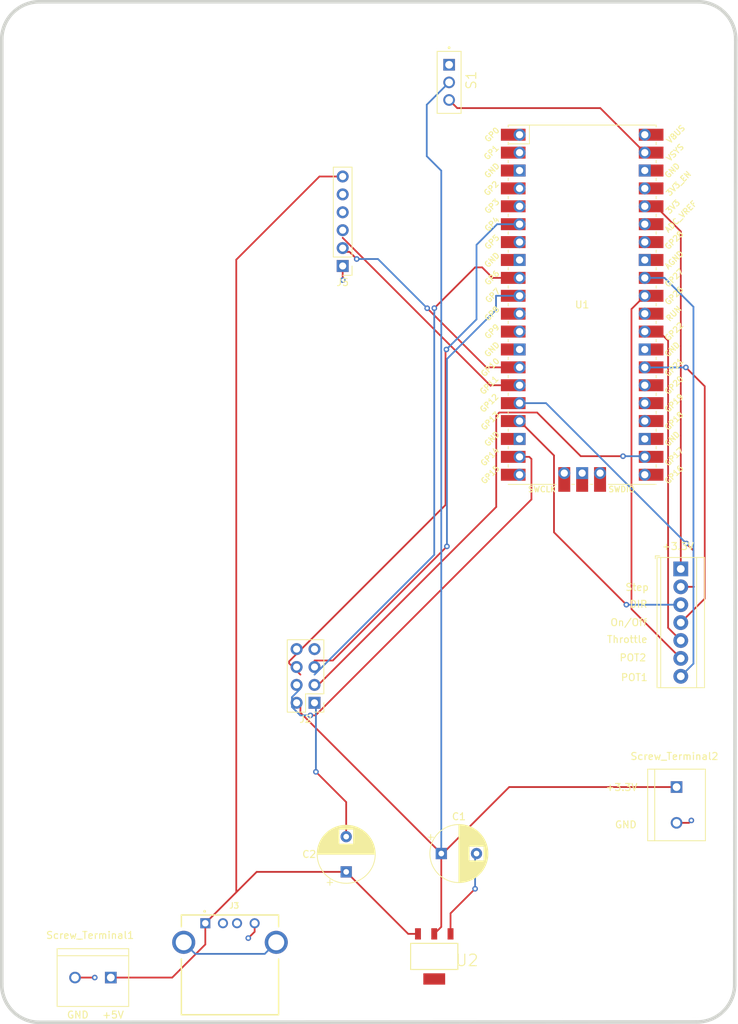
<source format=kicad_pcb>
(kicad_pcb (version 20171130) (host pcbnew "(5.1.10-1-10_14)")

  (general
    (thickness 1.6)
    (drawings 29)
    (tracks 142)
    (zones 0)
    (modules 15)
    (nets 53)
  )

  (page A4)
  (title_block
    (title "Autonomous Crazy Cart V1")
    (date 09/12/2021)
    (rev 09/18/2021)
    (company "Engineering Physics Propulsion Lab * EPPL *")
    (comment 1 "needs to be wired ")
  )

  (layers
    (0 F.Cu signal)
    (31 B.Cu signal)
    (32 B.Adhes user)
    (33 F.Adhes user)
    (34 B.Paste user)
    (35 F.Paste user)
    (36 B.SilkS user)
    (37 F.SilkS user)
    (38 B.Mask user)
    (39 F.Mask user)
    (40 Dwgs.User user)
    (41 Cmts.User user)
    (42 Eco1.User user)
    (43 Eco2.User user)
    (44 Edge.Cuts user)
    (45 Margin user)
    (46 B.CrtYd user)
    (47 F.CrtYd user)
    (48 B.Fab user)
    (49 F.Fab user)
  )

  (setup
    (last_trace_width 0.25)
    (trace_clearance 0.2)
    (zone_clearance 0.508)
    (zone_45_only no)
    (trace_min 0.2)
    (via_size 0.8)
    (via_drill 0.4)
    (via_min_size 0.4)
    (via_min_drill 0.3)
    (uvia_size 0.3)
    (uvia_drill 0.1)
    (uvias_allowed no)
    (uvia_min_size 0.2)
    (uvia_min_drill 0.1)
    (edge_width 0.05)
    (segment_width 0.2)
    (pcb_text_width 0.3)
    (pcb_text_size 1.5 1.5)
    (mod_edge_width 0.12)
    (mod_text_size 1 1)
    (mod_text_width 0.15)
    (pad_size 3 3)
    (pad_drill 1.5)
    (pad_to_mask_clearance 0)
    (aux_axis_origin 0 0)
    (visible_elements 7FFFFFFF)
    (pcbplotparams
      (layerselection 0x010fc_ffffffff)
      (usegerberextensions false)
      (usegerberattributes true)
      (usegerberadvancedattributes true)
      (creategerberjobfile false)
      (excludeedgelayer true)
      (linewidth 0.100000)
      (plotframeref false)
      (viasonmask false)
      (mode 1)
      (useauxorigin false)
      (hpglpennumber 1)
      (hpglpenspeed 20)
      (hpglpendiameter 15.000000)
      (psnegative false)
      (psa4output false)
      (plotreference true)
      (plotvalue true)
      (plotinvisibletext false)
      (padsonsilk false)
      (subtractmaskfromsilk false)
      (outputformat 1)
      (mirror false)
      (drillshape 0)
      (scaleselection 1)
      (outputdirectory "Gerber_file/"))
  )

  (net 0 "")
  (net 1 GP28)
  (net 2 "Net-(J2-Pad8)")
  (net 3 GP4)
  (net 4 GP7)
  (net 5 GP6)
  (net 6 GP14)
  (net 7 GND)
  (net 8 +5V)
  (net 9 "Net-(J5-Pad5)")
  (net 10 GP17)
  (net 11 "Net-(U1-Pad43)")
  (net 12 "Net-(U1-Pad42)")
  (net 13 "Net-(U1-Pad41)")
  (net 14 "Net-(U1-Pad23)")
  (net 15 "Net-(U1-Pad24)")
  (net 16 "Net-(U1-Pad25)")
  (net 17 "Net-(U1-Pad26)")
  (net 18 "Net-(U1-Pad28)")
  (net 19 "Net-(U1-Pad30)")
  (net 20 "Net-(U1-Pad33)")
  (net 21 "Net-(U1-Pad35)")
  (net 22 "Net-(U1-Pad37)")
  (net 23 "Net-(U1-Pad40)")
  (net 24 "Net-(U1-Pad13)")
  (net 25 "Net-(U1-Pad12)")
  (net 26 "Net-(U1-Pad11)")
  (net 27 "Net-(U1-Pad8)")
  (net 28 "Net-(U1-Pad7)")
  (net 29 "Net-(U1-Pad5)")
  (net 30 "Net-(U1-Pad4)")
  (net 31 "Net-(U1-Pad3)")
  (net 32 "Net-(U1-Pad2)")
  (net 33 "Net-(U1-Pad1)")
  (net 34 "Net-(U1-Pad38)")
  (net 35 GP27)
  (net 36 GP26)
  (net 37 GP22)
  (net 38 GP21)
  (net 39 GP13)
  (net 40 GP12)
  (net 41 3.3V)
  (net 42 +3.3V)
  (net 43 "Net-(J5-Pad4)")
  (net 44 GP11)
  (net 45 GP10)
  (net 46 "Net-(U1-Pad21)")
  (net 47 "Net-(U1-Pad20)")
  (net 48 "Net-(J3-PadS1)")
  (net 49 "Net-(J3-Pad3)")
  (net 50 "Net-(J3-Pad2)")
  (net 51 +3.3V_Pico)
  (net 52 "Net-(S1-Pad1)")

  (net_class Default "This is the default net class."
    (clearance 0.2)
    (trace_width 0.25)
    (via_dia 0.8)
    (via_drill 0.4)
    (uvia_dia 0.3)
    (uvia_drill 0.1)
    (add_net +3.3V)
    (add_net +3.3V_Pico)
    (add_net +5V)
    (add_net 3.3V)
    (add_net GND)
    (add_net GP10)
    (add_net GP11)
    (add_net GP12)
    (add_net GP13)
    (add_net GP14)
    (add_net GP17)
    (add_net GP21)
    (add_net GP22)
    (add_net GP26)
    (add_net GP27)
    (add_net GP28)
    (add_net GP4)
    (add_net GP6)
    (add_net GP7)
    (add_net "Net-(J2-Pad8)")
    (add_net "Net-(J3-Pad2)")
    (add_net "Net-(J3-Pad3)")
    (add_net "Net-(J3-PadS1)")
    (add_net "Net-(J5-Pad4)")
    (add_net "Net-(J5-Pad5)")
    (add_net "Net-(S1-Pad1)")
    (add_net "Net-(U1-Pad1)")
    (add_net "Net-(U1-Pad11)")
    (add_net "Net-(U1-Pad12)")
    (add_net "Net-(U1-Pad13)")
    (add_net "Net-(U1-Pad2)")
    (add_net "Net-(U1-Pad20)")
    (add_net "Net-(U1-Pad21)")
    (add_net "Net-(U1-Pad23)")
    (add_net "Net-(U1-Pad24)")
    (add_net "Net-(U1-Pad25)")
    (add_net "Net-(U1-Pad26)")
    (add_net "Net-(U1-Pad28)")
    (add_net "Net-(U1-Pad3)")
    (add_net "Net-(U1-Pad30)")
    (add_net "Net-(U1-Pad33)")
    (add_net "Net-(U1-Pad35)")
    (add_net "Net-(U1-Pad37)")
    (add_net "Net-(U1-Pad38)")
    (add_net "Net-(U1-Pad4)")
    (add_net "Net-(U1-Pad40)")
    (add_net "Net-(U1-Pad41)")
    (add_net "Net-(U1-Pad42)")
    (add_net "Net-(U1-Pad43)")
    (add_net "Net-(U1-Pad5)")
    (add_net "Net-(U1-Pad7)")
    (add_net "Net-(U1-Pad8)")
  )

  (module my_footprints:SW_SSA12G (layer F.Cu) (tedit 615B3F5E) (tstamp 615B4F40)
    (at 118.11 27.94 270)
    (path /615BBB5C)
    (fp_text reference S1 (at -0.30519 -3.14104 90) (layer F.SilkS)
      (effects (font (size 1.400913 1.400913) (thickness 0.15)))
    )
    (fp_text value SSA12G (at 0 3.175 90) (layer F.Fab)
      (effects (font (size 1.401386 1.401386) (thickness 0.15)))
    )
    (fp_circle (center -4.917 0) (end -4.817 0) (layer F.SilkS) (width 0.2))
    (fp_circle (center -2.54 0) (end -2.44 0) (layer F.Fab) (width 0.2))
    (fp_line (start -4.65 1.95) (end -4.65 -1.95) (layer F.CrtYd) (width 0.05))
    (fp_line (start 4.65 1.95) (end -4.65 1.95) (layer F.CrtYd) (width 0.05))
    (fp_line (start 4.65 -1.95) (end 4.65 1.95) (layer F.CrtYd) (width 0.05))
    (fp_line (start -4.65 -1.95) (end 4.65 -1.95) (layer F.CrtYd) (width 0.05))
    (fp_line (start 4.4 -1.7) (end 4.4 1.7) (layer F.SilkS) (width 0.127))
    (fp_line (start -4.4 1.7) (end -4.4 -1.7) (layer F.SilkS) (width 0.127))
    (fp_line (start 4.4 1.7) (end -4.4 1.7) (layer F.SilkS) (width 0.127))
    (fp_line (start -4.4 -1.7) (end 4.4 -1.7) (layer F.SilkS) (width 0.127))
    (fp_line (start -4.4 1.7) (end -4.4 -1.7) (layer F.Fab) (width 0.127))
    (fp_line (start 4.4 1.7) (end -4.4 1.7) (layer F.Fab) (width 0.127))
    (fp_line (start 4.4 -1.7) (end 4.4 1.7) (layer F.Fab) (width 0.127))
    (fp_line (start -4.4 -1.7) (end 4.4 -1.7) (layer F.Fab) (width 0.127))
    (pad 3 thru_hole circle (at 2.5 0 270) (size 1.65 1.65) (drill 1.1) (layers *.Cu *.Mask)
      (net 51 +3.3V_Pico))
    (pad 2 thru_hole circle (at 0 0 270) (size 1.65 1.65) (drill 1.1) (layers *.Cu *.Mask)
      (net 42 +3.3V))
    (pad 1 thru_hole rect (at -2.5 0 270) (size 1.65 1.65) (drill 1.1) (layers *.Cu *.Mask)
      (net 52 "Net-(S1-Pad1)"))
  )

  (module Connector_PinHeader_2.54mm:PinHeader_1x06_P2.54mm_Vertical (layer F.Cu) (tedit 59FED5CC) (tstamp 614957A9)
    (at 103 54 180)
    (descr "Through hole straight pin header, 1x06, 2.54mm pitch, single row")
    (tags "Through hole pin header THT 1x06 2.54mm single row")
    (path /6132C346)
    (fp_text reference J5 (at 0 -2.33) (layer F.SilkS)
      (effects (font (size 1 1) (thickness 0.15)))
    )
    (fp_text value Relay_Conn_01x06 (at 0 15.03) (layer F.Fab)
      (effects (font (size 1 1) (thickness 0.15)))
    )
    (fp_line (start 1.8 -1.8) (end -1.8 -1.8) (layer F.CrtYd) (width 0.05))
    (fp_line (start 1.8 14.5) (end 1.8 -1.8) (layer F.CrtYd) (width 0.05))
    (fp_line (start -1.8 14.5) (end 1.8 14.5) (layer F.CrtYd) (width 0.05))
    (fp_line (start -1.8 -1.8) (end -1.8 14.5) (layer F.CrtYd) (width 0.05))
    (fp_line (start -1.33 -1.33) (end 0 -1.33) (layer F.SilkS) (width 0.12))
    (fp_line (start -1.33 0) (end -1.33 -1.33) (layer F.SilkS) (width 0.12))
    (fp_line (start -1.33 1.27) (end 1.33 1.27) (layer F.SilkS) (width 0.12))
    (fp_line (start 1.33 1.27) (end 1.33 14.03) (layer F.SilkS) (width 0.12))
    (fp_line (start -1.33 1.27) (end -1.33 14.03) (layer F.SilkS) (width 0.12))
    (fp_line (start -1.33 14.03) (end 1.33 14.03) (layer F.SilkS) (width 0.12))
    (fp_line (start -1.27 -0.635) (end -0.635 -1.27) (layer F.Fab) (width 0.1))
    (fp_line (start -1.27 13.97) (end -1.27 -0.635) (layer F.Fab) (width 0.1))
    (fp_line (start 1.27 13.97) (end -1.27 13.97) (layer F.Fab) (width 0.1))
    (fp_line (start 1.27 -1.27) (end 1.27 13.97) (layer F.Fab) (width 0.1))
    (fp_line (start -0.635 -1.27) (end 1.27 -1.27) (layer F.Fab) (width 0.1))
    (fp_text user %R (at 0 6.35 90) (layer F.Fab)
      (effects (font (size 1 1) (thickness 0.15)))
    )
    (pad 6 thru_hole oval (at 0 12.7 180) (size 1.7 1.7) (drill 1) (layers *.Cu *.Mask)
      (net 8 +5V))
    (pad 5 thru_hole oval (at 0 10.16 180) (size 1.7 1.7) (drill 1) (layers *.Cu *.Mask)
      (net 9 "Net-(J5-Pad5)"))
    (pad 4 thru_hole oval (at 0 7.62 180) (size 1.7 1.7) (drill 1) (layers *.Cu *.Mask)
      (net 43 "Net-(J5-Pad4)"))
    (pad 3 thru_hole oval (at 0 5.08 180) (size 1.7 1.7) (drill 1) (layers *.Cu *.Mask)
      (net 44 GP11))
    (pad 2 thru_hole oval (at 0 2.54 180) (size 1.7 1.7) (drill 1) (layers *.Cu *.Mask)
      (net 45 GP10))
    (pad 1 thru_hole rect (at 0 0 180) (size 1.7 1.7) (drill 1) (layers *.Cu *.Mask)
      (net 7 GND))
    (model ${KISYS3DMOD}/Connector_PinHeader_2.54mm.3dshapes/PinHeader_1x06_P2.54mm_Vertical.wrl
      (at (xyz 0 0 0))
      (scale (xyz 1 1 1))
      (rotate (xyz 0 0 0))
    )
  )

  (module Connector_PinHeader_2.54mm:PinHeader_2x04_P2.54mm_Vertical (layer F.Cu) (tedit 59FED5CC) (tstamp 6132A692)
    (at 99 116 180)
    (descr "Through hole straight pin header, 2x04, 2.54mm pitch, double rows")
    (tags "Through hole pin header THT 2x04 2.54mm double row")
    (path /6132E9AC)
    (fp_text reference J2 (at 1.27 -2.33) (layer F.SilkS)
      (effects (font (size 1 1) (thickness 0.15)))
    )
    (fp_text value Antenna_Conn_02x04_Odd_Even (at 1.27 9.95) (layer F.Fab)
      (effects (font (size 1 1) (thickness 0.15)))
    )
    (fp_line (start 4.35 -1.8) (end -1.8 -1.8) (layer F.CrtYd) (width 0.05))
    (fp_line (start 4.35 9.4) (end 4.35 -1.8) (layer F.CrtYd) (width 0.05))
    (fp_line (start -1.8 9.4) (end 4.35 9.4) (layer F.CrtYd) (width 0.05))
    (fp_line (start -1.8 -1.8) (end -1.8 9.4) (layer F.CrtYd) (width 0.05))
    (fp_line (start -1.33 -1.33) (end 0 -1.33) (layer F.SilkS) (width 0.12))
    (fp_line (start -1.33 0) (end -1.33 -1.33) (layer F.SilkS) (width 0.12))
    (fp_line (start 1.27 -1.33) (end 3.87 -1.33) (layer F.SilkS) (width 0.12))
    (fp_line (start 1.27 1.27) (end 1.27 -1.33) (layer F.SilkS) (width 0.12))
    (fp_line (start -1.33 1.27) (end 1.27 1.27) (layer F.SilkS) (width 0.12))
    (fp_line (start 3.87 -1.33) (end 3.87 8.95) (layer F.SilkS) (width 0.12))
    (fp_line (start -1.33 1.27) (end -1.33 8.95) (layer F.SilkS) (width 0.12))
    (fp_line (start -1.33 8.95) (end 3.87 8.95) (layer F.SilkS) (width 0.12))
    (fp_line (start -1.27 0) (end 0 -1.27) (layer F.Fab) (width 0.1))
    (fp_line (start -1.27 8.89) (end -1.27 0) (layer F.Fab) (width 0.1))
    (fp_line (start 3.81 8.89) (end -1.27 8.89) (layer F.Fab) (width 0.1))
    (fp_line (start 3.81 -1.27) (end 3.81 8.89) (layer F.Fab) (width 0.1))
    (fp_line (start 0 -1.27) (end 3.81 -1.27) (layer F.Fab) (width 0.1))
    (fp_text user %R (at 1.27 3.81 90) (layer F.Fab)
      (effects (font (size 1 1) (thickness 0.15)))
    )
    (pad 8 thru_hole oval (at 2.54 7.62 180) (size 1.7 1.7) (drill 1) (layers *.Cu *.Mask)
      (net 2 "Net-(J2-Pad8)"))
    (pad 7 thru_hole oval (at 0 7.62 180) (size 1.7 1.7) (drill 1) (layers *.Cu *.Mask)
      (net 4 GP7))
    (pad 6 thru_hole oval (at 2.54 5.08 180) (size 1.7 1.7) (drill 1) (layers *.Cu *.Mask)
      (net 3 GP4))
    (pad 5 thru_hole oval (at 0 5.08 180) (size 1.7 1.7) (drill 1) (layers *.Cu *.Mask)
      (net 5 GP6))
    (pad 4 thru_hole oval (at 2.54 2.54 180) (size 1.7 1.7) (drill 1) (layers *.Cu *.Mask)
      (net 6 GP14))
    (pad 3 thru_hole oval (at 0 2.54 180) (size 1.7 1.7) (drill 1) (layers *.Cu *.Mask)
      (net 10 GP17))
    (pad 2 thru_hole oval (at 2.54 0 180) (size 1.7 1.7) (drill 1) (layers *.Cu *.Mask)
      (net 42 +3.3V))
    (pad 1 thru_hole rect (at 0 0 180) (size 1.7 1.7) (drill 1) (layers *.Cu *.Mask)
      (net 7 GND))
    (model ${KISYS3DMOD}/Connector_PinHeader_2.54mm.3dshapes/PinHeader_2x04_P2.54mm_Vertical.wrl
      (at (xyz 0 0 0))
      (scale (xyz 1 1 1))
      (rotate (xyz 0 0 0))
    )
  )

  (module MountingHole:MountingHole_3mm (layer F.Cu) (tedit 56D1B4CB) (tstamp 614A5450)
    (at 153 144)
    (descr "Mounting Hole 3mm, no annular")
    (tags "mounting hole 3mm no annular")
    (path /614A5FD8)
    (attr virtual)
    (fp_text reference H4 (at 0 -4) (layer F.SilkS) hide
      (effects (font (size 1 1) (thickness 0.15)))
    )
    (fp_text value MountingHole (at 0 4) (layer F.Fab)
      (effects (font (size 1 1) (thickness 0.15)))
    )
    (fp_circle (center 0 0) (end 3 0) (layer Cmts.User) (width 0.15))
    (fp_circle (center 0 0) (end 3.25 0) (layer F.CrtYd) (width 0.05))
    (fp_text user %R (at 0.3 0) (layer F.Fab)
      (effects (font (size 1 1) (thickness 0.15)))
    )
    (pad 1 np_thru_hole circle (at 0 0) (size 3 3) (drill 3) (layers *.Cu *.Mask))
  )

  (module MountingHole:MountingHole_3mm (layer F.Cu) (tedit 56D1B4CB) (tstamp 614A51DA)
    (at 60 22)
    (descr "Mounting Hole 3mm, no annular")
    (tags "mounting hole 3mm no annular")
    (path /614A5C32)
    (attr virtual)
    (fp_text reference H3 (at 0 -4) (layer F.SilkS) hide
      (effects (font (size 1 1) (thickness 0.15)))
    )
    (fp_text value MountingHole (at 0 4) (layer F.Fab)
      (effects (font (size 1 1) (thickness 0.15)))
    )
    (fp_circle (center 0 0) (end 3 0) (layer Cmts.User) (width 0.15))
    (fp_circle (center 0 0) (end 3.25 0) (layer F.CrtYd) (width 0.05))
    (fp_text user %R (at 0.3 0) (layer F.Fab)
      (effects (font (size 1 1) (thickness 0.15)))
    )
    (pad 1 np_thru_hole circle (at 0 0) (size 3 3) (drill 3) (layers *.Cu *.Mask))
  )

  (module MountingHole:MountingHole_3mm (layer F.Cu) (tedit 56D1B4CB) (tstamp 614A542B)
    (at 60 144)
    (descr "Mounting Hole 3mm, no annular")
    (tags "mounting hole 3mm no annular")
    (path /614A5922)
    (attr virtual)
    (fp_text reference H2 (at 0 -4) (layer F.SilkS) hide
      (effects (font (size 1 1) (thickness 0.15)))
    )
    (fp_text value MountingHole (at 0 4) (layer F.Fab)
      (effects (font (size 1 1) (thickness 0.15)))
    )
    (fp_circle (center 0 0) (end 3 0) (layer Cmts.User) (width 0.15))
    (fp_circle (center 0 0) (end 3.25 0) (layer F.CrtYd) (width 0.05))
    (fp_text user %R (at 0.3 0) (layer F.Fab)
      (effects (font (size 1 1) (thickness 0.15)))
    )
    (pad 1 np_thru_hole circle (at 0 0) (size 3 3) (drill 3) (layers *.Cu *.Mask))
  )

  (module MountingHole:MountingHole_3mm (layer F.Cu) (tedit 56D1B4CB) (tstamp 614A5162)
    (at 154 22)
    (descr "Mounting Hole 3mm, no annular")
    (tags "mounting hole 3mm no annular")
    (path /614A4A29)
    (attr virtual)
    (fp_text reference H1 (at 0 -4) (layer F.SilkS) hide
      (effects (font (size 1 1) (thickness 0.15)))
    )
    (fp_text value MountingHole (at 0 4) (layer F.Fab)
      (effects (font (size 1 1) (thickness 0.15)))
    )
    (fp_circle (center 0 0) (end 3 0) (layer Cmts.User) (width 0.15))
    (fp_circle (center 0 0) (end 3.25 0) (layer F.CrtYd) (width 0.05))
    (fp_text user %R (at 0 0) (layer F.Fab)
      (effects (font (size 1 1) (thickness 0.15)))
    )
    (pad 1 np_thru_hole circle (at 0 0) (size 3 3) (drill 3) (layers *.Cu *.Mask))
  )

  (module MCU_RaspberryPi_and_Boards:TE_282837-2 (layer F.Cu) (tedit 613669EA) (tstamp 614A29FD)
    (at 150.4 130.5 270)
    (path /614A273C)
    (fp_text reference Screw_Terminal2 (at -6.9 0.3 180) (layer F.SilkS)
      (effects (font (size 1.002039 1.002039) (thickness 0.15)))
    )
    (fp_text value 282837-2 (at 6.7 0 180) (layer F.Fab)
      (effects (font (size 1.002614 1.002614) (thickness 0.15)))
    )
    (fp_line (start -5.08 3.1) (end 5.08 3.1) (layer F.SilkS) (width 0.127))
    (fp_circle (center -2.54 1.27) (end -2.44 1.27) (layer F.Fab) (width 0.2))
    (fp_line (start -5.08 4.1) (end -5.08 -4.1) (layer F.Fab) (width 0.127))
    (fp_line (start 5.08 4.1) (end -5.08 4.1) (layer F.Fab) (width 0.127))
    (fp_line (start 5.08 -4.1) (end 5.08 4.1) (layer F.Fab) (width 0.127))
    (fp_line (start -5.08 -4.1) (end 5.08 -4.1) (layer F.Fab) (width 0.127))
    (fp_line (start -5.33 4.35) (end -5.33 -4.35) (layer F.CrtYd) (width 0.05))
    (fp_line (start 5.33 4.35) (end -5.33 4.35) (layer F.CrtYd) (width 0.05))
    (fp_line (start 5.33 -4.35) (end 5.33 4.35) (layer F.CrtYd) (width 0.05))
    (fp_line (start -5.33 -4.35) (end 5.33 -4.35) (layer F.CrtYd) (width 0.05))
    (fp_line (start -5.08 3.1) (end -5.08 -4.1) (layer F.SilkS) (width 0.127))
    (fp_line (start -5.08 4.1) (end -5.08 3.1) (layer F.SilkS) (width 0.127))
    (fp_line (start 5.08 4.1) (end -5.08 4.1) (layer F.SilkS) (width 0.127))
    (fp_line (start 5.08 3.1) (end 5.08 4.1) (layer F.SilkS) (width 0.127))
    (fp_line (start 5.08 -4.1) (end 5.08 3.1) (layer F.SilkS) (width 0.127))
    (fp_line (start -5.08 -4.1) (end 5.08 -4.1) (layer F.SilkS) (width 0.127))
    (pad 2 thru_hole circle (at 2.54 0 270) (size 1.65 1.65) (drill 1.1) (layers *.Cu *.Mask)
      (net 7 GND))
    (pad 1 thru_hole rect (at -2.54 0 270) (size 1.65 1.65) (drill 1.1) (layers *.Cu *.Mask)
      (net 42 +3.3V))
  )

  (module MCU_RaspberryPi_and_Boards:GCT_USB1130-15-A_REVA (layer F.Cu) (tedit 613287B0) (tstamp 61494DE8)
    (at 87 150)
    (path /61497609)
    (fp_text reference J3 (at 0.6 -5.2) (layer F.SilkS)
      (effects (font (size 0.8 0.8) (thickness 0.15)))
    )
    (fp_text value USB1130-15-A_REVA (at 0.8 -5.292) (layer F.Fab)
      (effects (font (size 0.8 0.8) (thickness 0.15)))
    )
    (fp_circle (center -3.6 -4.4) (end -3.5 -4.4) (layer F.Fab) (width 0.2))
    (fp_circle (center -3.6 -4.4) (end -3.5 -4.4) (layer F.SilkS) (width 0.2))
    (fp_line (start 6.9 -3.88) (end -6.9 -3.88) (layer F.SilkS) (width 0.2))
    (fp_line (start -6.9 10.28) (end 6.9 10.28) (layer F.SilkS) (width 0.2))
    (fp_line (start -6.9 -3.88) (end -6.9 10.28) (layer F.Fab) (width 0.1))
    (fp_line (start 6.9 10.28) (end 6.9 -3.88) (layer F.Fab) (width 0.1))
    (fp_line (start 6.9 -3.88) (end -6.9 -3.88) (layer F.Fab) (width 0.1))
    (fp_line (start -6.9 10.28) (end 6.9 10.28) (layer F.Fab) (width 0.1))
    (fp_line (start 6.9 10.28) (end 13.33 10.28) (layer F.Fab) (width 0.1))
    (fp_line (start -6.9 -3.88) (end -6.9 -2.22) (layer F.SilkS) (width 0.2))
    (fp_line (start -6.9 2.37) (end -6.9 10.28) (layer F.SilkS) (width 0.2))
    (fp_line (start 6.9 -3.88) (end 6.9 -2.22) (layer F.SilkS) (width 0.2))
    (fp_line (start 6.9 2.37) (end 6.9 10.28) (layer F.SilkS) (width 0.2))
    (fp_line (start -7.15 -4.13) (end 7.15 -4.13) (layer F.CrtYd) (width 0.05))
    (fp_line (start 7.15 -4.13) (end 7.15 -1.9) (layer F.CrtYd) (width 0.05))
    (fp_line (start 7.15 -1.9) (end 8.46 -1.9) (layer F.CrtYd) (width 0.05))
    (fp_line (start 8.46 -1.9) (end 8.46 1.9) (layer F.CrtYd) (width 0.05))
    (fp_line (start 8.46 1.9) (end 7.15 1.9) (layer F.CrtYd) (width 0.05))
    (fp_line (start 7.15 1.9) (end 7.15 10.53) (layer F.CrtYd) (width 0.05))
    (fp_line (start 7.15 10.53) (end -7.15 10.53) (layer F.CrtYd) (width 0.05))
    (fp_line (start -7.15 10.53) (end -7.15 1.9) (layer F.CrtYd) (width 0.05))
    (fp_line (start -7.15 1.9) (end -8.46 1.9) (layer F.CrtYd) (width 0.05))
    (fp_line (start -8.46 1.9) (end -8.46 -1.9) (layer F.CrtYd) (width 0.05))
    (fp_line (start -8.46 -1.9) (end -7.15 -1.9) (layer F.CrtYd) (width 0.05))
    (fp_line (start -7.15 -1.9) (end -7.15 -4.13) (layer F.CrtYd) (width 0.05))
    (fp_text user PCB-EDGE (at 0 4) (layer F.Fab)
      (effects (font (size 0.64 0.64) (thickness 0.15)))
    )
    (pad S2 thru_hole circle (at 6.57 0) (size 3.276 3.276) (drill 2.26) (layers *.Cu *.Mask)
      (net 48 "Net-(J3-PadS1)"))
    (pad S1 thru_hole circle (at -6.57 0) (size 3.276 3.276) (drill 2.26) (layers *.Cu *.Mask)
      (net 48 "Net-(J3-PadS1)"))
    (pad 4 thru_hole circle (at 3.5 -2.71) (size 1.428 1.428) (drill 0.92) (layers *.Cu *.Mask)
      (net 7 GND))
    (pad 3 thru_hole circle (at 1 -2.71) (size 1.428 1.428) (drill 0.92) (layers *.Cu *.Mask)
      (net 49 "Net-(J3-Pad3)"))
    (pad 2 thru_hole circle (at -1 -2.71) (size 1.428 1.428) (drill 0.92) (layers *.Cu *.Mask)
      (net 50 "Net-(J3-Pad2)"))
    (pad 1 thru_hole rect (at -3.5 -2.71) (size 1.428 1.428) (drill 0.92) (layers *.Cu *.Mask)
      (net 8 +5V))
  )

  (module MCU_RaspberryPi_and_Boards:SOT230P696X180-4N (layer F.Cu) (tedit 61466BAC) (tstamp 614713B9)
    (at 116 152 270)
    (path /6146A6D0)
    (fp_text reference U2 (at 0.558835 -4.648495 180) (layer F.SilkS)
      (effects (font (size 1.640102 1.640102) (thickness 0.15)))
    )
    (fp_text value LM337_TO3 (at -1.8 0.2 180) (layer F.Fab)
      (effects (font (size 1.640291 1.640291) (thickness 0.15)))
    )
    (fp_line (start -1.8542 -1.905) (end -1.8542 -2.6924) (layer F.Fab) (width 0.1524))
    (fp_line (start -1.8542 -2.6924) (end -3.6576 -2.6924) (layer F.Fab) (width 0.1524))
    (fp_line (start -3.6576 -2.6924) (end -3.6576 -1.905) (layer F.Fab) (width 0.1524))
    (fp_line (start -3.6576 -1.905) (end -1.8542 -1.905) (layer F.Fab) (width 0.1524))
    (fp_line (start -1.8542 0.381) (end -1.8542 -0.4064) (layer F.Fab) (width 0.1524))
    (fp_line (start -1.8542 -0.4064) (end -3.6576 -0.4064) (layer F.Fab) (width 0.1524))
    (fp_line (start -3.6576 -0.4064) (end -3.6576 0.381) (layer F.Fab) (width 0.1524))
    (fp_line (start -3.6576 0.381) (end -1.8542 0.381) (layer F.Fab) (width 0.1524))
    (fp_line (start -1.8542 2.6924) (end -1.8542 1.905) (layer F.Fab) (width 0.1524))
    (fp_line (start -1.8542 1.905) (end -3.6576 1.905) (layer F.Fab) (width 0.1524))
    (fp_line (start -3.6576 1.905) (end -3.6576 2.6924) (layer F.Fab) (width 0.1524))
    (fp_line (start -3.6576 2.6924) (end -1.8542 2.6924) (layer F.Fab) (width 0.1524))
    (fp_line (start 1.8542 -1.5494) (end 1.8542 1.5494) (layer F.Fab) (width 0.1524))
    (fp_line (start 1.8542 1.5494) (end 3.6576 1.5494) (layer F.Fab) (width 0.1524))
    (fp_line (start 3.6576 1.5494) (end 3.6576 -1.5494) (layer F.Fab) (width 0.1524))
    (fp_line (start 3.6576 -1.5494) (end 1.8542 -1.5494) (layer F.Fab) (width 0.1524))
    (fp_line (start -1.8542 3.3528) (end 1.8542 3.3528) (layer F.Fab) (width 0.1524))
    (fp_line (start 1.8542 3.3528) (end 1.8542 -3.3528) (layer F.Fab) (width 0.1524))
    (fp_line (start 1.8542 -3.3528) (end -1.8542 -3.3528) (layer F.Fab) (width 0.1524))
    (fp_line (start -1.8542 -3.3528) (end -1.8542 3.3528) (layer F.Fab) (width 0.1524))
    (fp_line (start -1.8542 3.3528) (end 1.8542 3.3528) (layer F.SilkS) (width 0.1524))
    (fp_line (start 1.8542 3.3528) (end 1.8542 -3.3528) (layer F.SilkS) (width 0.1524))
    (fp_line (start 1.8542 -3.3528) (end -1.8542 -3.3528) (layer F.SilkS) (width 0.1524))
    (fp_line (start -1.8542 -3.3528) (end -1.8542 3.3528) (layer F.SilkS) (width 0.1524))
    (pad 4 smd rect (at 3.2004 0 270) (size 1.6002 3.0988) (layers F.Cu F.Paste F.Mask))
    (pad 3 smd rect (at -3.2004 2.3114 270) (size 1.6002 0.8382) (layers F.Cu F.Paste F.Mask)
      (net 8 +5V))
    (pad 2 smd rect (at -3.2004 0 270) (size 1.6002 0.8382) (layers F.Cu F.Paste F.Mask)
      (net 42 +3.3V))
    (pad 1 smd rect (at -3.2004 -2.3114 270) (size 1.6002 0.8382) (layers F.Cu F.Paste F.Mask)
      (net 7 GND))
  )

  (module MCU_RaspberryPi_and_Boards:RPi_Pico_SMD_TH (layer F.Cu) (tedit 5F638C80) (tstamp 6132A796)
    (at 137 59.5)
    (descr "Through hole straight pin header, 2x20, 2.54mm pitch, double rows")
    (tags "Through hole pin header THT 2x20 2.54mm double row")
    (path /61312BD2)
    (fp_text reference U1 (at 0 0) (layer F.SilkS)
      (effects (font (size 1 1) (thickness 0.15)))
    )
    (fp_text value Pico (at 0 2.159) (layer F.Fab)
      (effects (font (size 1 1) (thickness 0.15)))
    )
    (fp_poly (pts (xy 3.7 -20.2) (xy -3.7 -20.2) (xy -3.7 -24.9) (xy 3.7 -24.9)) (layer Dwgs.User) (width 0.1))
    (fp_poly (pts (xy -1.5 -11.5) (xy -3.5 -11.5) (xy -3.5 -13.5) (xy -1.5 -13.5)) (layer Dwgs.User) (width 0.1))
    (fp_poly (pts (xy -1.5 -14) (xy -3.5 -14) (xy -3.5 -16) (xy -1.5 -16)) (layer Dwgs.User) (width 0.1))
    (fp_poly (pts (xy -1.5 -16.5) (xy -3.5 -16.5) (xy -3.5 -18.5) (xy -1.5 -18.5)) (layer Dwgs.User) (width 0.1))
    (fp_line (start -10.5 -25.5) (end 10.5 -25.5) (layer F.Fab) (width 0.12))
    (fp_line (start 10.5 -25.5) (end 10.5 25.5) (layer F.Fab) (width 0.12))
    (fp_line (start 10.5 25.5) (end -10.5 25.5) (layer F.Fab) (width 0.12))
    (fp_line (start -10.5 25.5) (end -10.5 -25.5) (layer F.Fab) (width 0.12))
    (fp_line (start -10.5 -24.2) (end -9.2 -25.5) (layer F.Fab) (width 0.12))
    (fp_line (start -11 -26) (end 11 -26) (layer F.CrtYd) (width 0.12))
    (fp_line (start 11 -26) (end 11 26) (layer F.CrtYd) (width 0.12))
    (fp_line (start 11 26) (end -11 26) (layer F.CrtYd) (width 0.12))
    (fp_line (start -11 26) (end -11 -26) (layer F.CrtYd) (width 0.12))
    (fp_line (start -10.5 -25.5) (end 10.5 -25.5) (layer F.SilkS) (width 0.12))
    (fp_line (start -3.7 25.5) (end -10.5 25.5) (layer F.SilkS) (width 0.12))
    (fp_line (start -10.5 -22.833) (end -7.493 -22.833) (layer F.SilkS) (width 0.12))
    (fp_line (start -7.493 -22.833) (end -7.493 -25.5) (layer F.SilkS) (width 0.12))
    (fp_line (start -10.5 -25.5) (end -10.5 -25.2) (layer F.SilkS) (width 0.12))
    (fp_line (start -10.5 -23.1) (end -10.5 -22.7) (layer F.SilkS) (width 0.12))
    (fp_line (start -10.5 -20.5) (end -10.5 -20.1) (layer F.SilkS) (width 0.12))
    (fp_line (start -10.5 -18) (end -10.5 -17.6) (layer F.SilkS) (width 0.12))
    (fp_line (start -10.5 -15.4) (end -10.5 -15) (layer F.SilkS) (width 0.12))
    (fp_line (start -10.5 -12.9) (end -10.5 -12.5) (layer F.SilkS) (width 0.12))
    (fp_line (start -10.5 -10.4) (end -10.5 -10) (layer F.SilkS) (width 0.12))
    (fp_line (start -10.5 -7.8) (end -10.5 -7.4) (layer F.SilkS) (width 0.12))
    (fp_line (start -10.5 -5.3) (end -10.5 -4.9) (layer F.SilkS) (width 0.12))
    (fp_line (start -10.5 -2.7) (end -10.5 -2.3) (layer F.SilkS) (width 0.12))
    (fp_line (start -10.5 -0.2) (end -10.5 0.2) (layer F.SilkS) (width 0.12))
    (fp_line (start -10.5 2.3) (end -10.5 2.7) (layer F.SilkS) (width 0.12))
    (fp_line (start -10.5 4.9) (end -10.5 5.3) (layer F.SilkS) (width 0.12))
    (fp_line (start -10.5 7.4) (end -10.5 7.8) (layer F.SilkS) (width 0.12))
    (fp_line (start -10.5 10) (end -10.5 10.4) (layer F.SilkS) (width 0.12))
    (fp_line (start -10.5 12.5) (end -10.5 12.9) (layer F.SilkS) (width 0.12))
    (fp_line (start -10.5 15.1) (end -10.5 15.5) (layer F.SilkS) (width 0.12))
    (fp_line (start -10.5 17.6) (end -10.5 18) (layer F.SilkS) (width 0.12))
    (fp_line (start -10.5 20.1) (end -10.5 20.5) (layer F.SilkS) (width 0.12))
    (fp_line (start -10.5 22.7) (end -10.5 23.1) (layer F.SilkS) (width 0.12))
    (fp_line (start 10.5 -10.4) (end 10.5 -10) (layer F.SilkS) (width 0.12))
    (fp_line (start 10.5 -5.3) (end 10.5 -4.9) (layer F.SilkS) (width 0.12))
    (fp_line (start 10.5 2.3) (end 10.5 2.7) (layer F.SilkS) (width 0.12))
    (fp_line (start 10.5 10) (end 10.5 10.4) (layer F.SilkS) (width 0.12))
    (fp_line (start 10.5 -20.5) (end 10.5 -20.1) (layer F.SilkS) (width 0.12))
    (fp_line (start 10.5 -23.1) (end 10.5 -22.7) (layer F.SilkS) (width 0.12))
    (fp_line (start 10.5 -15.4) (end 10.5 -15) (layer F.SilkS) (width 0.12))
    (fp_line (start 10.5 17.6) (end 10.5 18) (layer F.SilkS) (width 0.12))
    (fp_line (start 10.5 22.7) (end 10.5 23.1) (layer F.SilkS) (width 0.12))
    (fp_line (start 10.5 20.1) (end 10.5 20.5) (layer F.SilkS) (width 0.12))
    (fp_line (start 10.5 4.9) (end 10.5 5.3) (layer F.SilkS) (width 0.12))
    (fp_line (start 10.5 -0.2) (end 10.5 0.2) (layer F.SilkS) (width 0.12))
    (fp_line (start 10.5 -12.9) (end 10.5 -12.5) (layer F.SilkS) (width 0.12))
    (fp_line (start 10.5 -7.8) (end 10.5 -7.4) (layer F.SilkS) (width 0.12))
    (fp_line (start 10.5 12.5) (end 10.5 12.9) (layer F.SilkS) (width 0.12))
    (fp_line (start 10.5 -2.7) (end 10.5 -2.3) (layer F.SilkS) (width 0.12))
    (fp_line (start 10.5 -25.5) (end 10.5 -25.2) (layer F.SilkS) (width 0.12))
    (fp_line (start 10.5 -18) (end 10.5 -17.6) (layer F.SilkS) (width 0.12))
    (fp_line (start 10.5 7.4) (end 10.5 7.8) (layer F.SilkS) (width 0.12))
    (fp_line (start 10.5 15.1) (end 10.5 15.5) (layer F.SilkS) (width 0.12))
    (fp_line (start 10.5 25.5) (end 3.7 25.5) (layer F.SilkS) (width 0.12))
    (fp_line (start -1.5 25.5) (end -1.1 25.5) (layer F.SilkS) (width 0.12))
    (fp_line (start 1.1 25.5) (end 1.5 25.5) (layer F.SilkS) (width 0.12))
    (fp_text user "Copper Keepouts shown on Dwgs layer" (at 0 -27.5) (layer Cmts.User)
      (effects (font (size 1 1) (thickness 0.15)))
    )
    (fp_text user SWDIO (at 5.6 26.2) (layer F.SilkS)
      (effects (font (size 0.8 0.8) (thickness 0.15)))
    )
    (fp_text user SWCLK (at -5.7 26.2) (layer F.SilkS)
      (effects (font (size 0.8 0.8) (thickness 0.15)))
    )
    (fp_text user AGND (at 13.054 -6.35 45) (layer F.SilkS)
      (effects (font (size 0.8 0.8) (thickness 0.15)))
    )
    (fp_text user GND (at 12.8 -19.05 45) (layer F.SilkS)
      (effects (font (size 0.8 0.8) (thickness 0.15)))
    )
    (fp_text user GND (at 12.8 6.35 45) (layer F.SilkS)
      (effects (font (size 0.8 0.8) (thickness 0.15)))
    )
    (fp_text user GND (at 12.8 19.05 45) (layer F.SilkS)
      (effects (font (size 0.8 0.8) (thickness 0.15)))
    )
    (fp_text user GND (at -12.8 19.05 45) (layer F.SilkS)
      (effects (font (size 0.8 0.8) (thickness 0.15)))
    )
    (fp_text user GND (at -12.8 6.35 45) (layer F.SilkS)
      (effects (font (size 0.8 0.8) (thickness 0.15)))
    )
    (fp_text user GND (at -12.8 -6.35 45) (layer F.SilkS)
      (effects (font (size 0.8 0.8) (thickness 0.15)))
    )
    (fp_text user GND (at -12.8 -19.05 45) (layer F.SilkS)
      (effects (font (size 0.8 0.8) (thickness 0.15)))
    )
    (fp_text user VBUS (at 13.3 -24.2 45) (layer F.SilkS)
      (effects (font (size 0.8 0.8) (thickness 0.15)))
    )
    (fp_text user VSYS (at 13.2 -21.59 45) (layer F.SilkS)
      (effects (font (size 0.8 0.8) (thickness 0.15)))
    )
    (fp_text user 3V3_EN (at 13.7 -17.2 45) (layer F.SilkS)
      (effects (font (size 0.8 0.8) (thickness 0.15)))
    )
    (fp_text user 3V3 (at 12.9 -13.9 45) (layer F.SilkS)
      (effects (font (size 0.8 0.8) (thickness 0.15)))
    )
    (fp_text user ADC_VREF (at 14 -12.5 45) (layer F.SilkS)
      (effects (font (size 0.8 0.8) (thickness 0.15)))
    )
    (fp_text user GP28 (at 13.054 -9.144 45) (layer F.SilkS)
      (effects (font (size 0.8 0.8) (thickness 0.15)))
    )
    (fp_text user GP27 (at 13.054 -3.8 45) (layer F.SilkS)
      (effects (font (size 0.8 0.8) (thickness 0.15)))
    )
    (fp_text user GP26 (at 13.054 -1.27 45) (layer F.SilkS)
      (effects (font (size 0.8 0.8) (thickness 0.15)))
    )
    (fp_text user RUN (at 13 1.27 45) (layer F.SilkS)
      (effects (font (size 0.8 0.8) (thickness 0.15)))
    )
    (fp_text user GP22 (at 13.054 3.81 45) (layer F.SilkS)
      (effects (font (size 0.8 0.8) (thickness 0.15)))
    )
    (fp_text user GP21 (at 13.054 8.9 45) (layer F.SilkS)
      (effects (font (size 0.8 0.8) (thickness 0.15)))
    )
    (fp_text user GP20 (at 13.054 11.43 45) (layer F.SilkS)
      (effects (font (size 0.8 0.8) (thickness 0.15)))
    )
    (fp_text user GP19 (at 13.054 13.97 45) (layer F.SilkS)
      (effects (font (size 0.8 0.8) (thickness 0.15)))
    )
    (fp_text user GP18 (at 13.054 16.51 45) (layer F.SilkS)
      (effects (font (size 0.8 0.8) (thickness 0.15)))
    )
    (fp_text user GP17 (at 13.054 21.59 45) (layer F.SilkS)
      (effects (font (size 0.8 0.8) (thickness 0.15)))
    )
    (fp_text user GP16 (at 13.054 24.13 45) (layer F.SilkS)
      (effects (font (size 0.8 0.8) (thickness 0.15)))
    )
    (fp_text user GP15 (at -13.054 24.13 45) (layer F.SilkS)
      (effects (font (size 0.8 0.8) (thickness 0.15)))
    )
    (fp_text user GP14 (at -13.1 21.59 45) (layer F.SilkS)
      (effects (font (size 0.8 0.8) (thickness 0.15)))
    )
    (fp_text user GP13 (at -13.054 16.51 45) (layer F.SilkS)
      (effects (font (size 0.8 0.8) (thickness 0.15)))
    )
    (fp_text user GP12 (at -13.2 13.97 45) (layer F.SilkS)
      (effects (font (size 0.8 0.8) (thickness 0.15)))
    )
    (fp_text user GP11 (at -13.2 11.43 45) (layer F.SilkS)
      (effects (font (size 0.8 0.8) (thickness 0.15)))
    )
    (fp_text user GP10 (at -13.054 8.89 45) (layer F.SilkS)
      (effects (font (size 0.8 0.8) (thickness 0.15)))
    )
    (fp_text user GP9 (at -12.8 3.81 45) (layer F.SilkS)
      (effects (font (size 0.8 0.8) (thickness 0.15)))
    )
    (fp_text user GP8 (at -12.8 1.27 45) (layer F.SilkS)
      (effects (font (size 0.8 0.8) (thickness 0.15)))
    )
    (fp_text user GP7 (at -12.7 -1.3 45) (layer F.SilkS)
      (effects (font (size 0.8 0.8) (thickness 0.15)))
    )
    (fp_text user GP6 (at -12.8 -3.81 45) (layer F.SilkS)
      (effects (font (size 0.8 0.8) (thickness 0.15)))
    )
    (fp_text user GP5 (at -12.8 -8.89 45) (layer F.SilkS)
      (effects (font (size 0.8 0.8) (thickness 0.15)))
    )
    (fp_text user GP4 (at -12.8 -11.43 45) (layer F.SilkS)
      (effects (font (size 0.8 0.8) (thickness 0.15)))
    )
    (fp_text user GP3 (at -12.8 -13.97 45) (layer F.SilkS)
      (effects (font (size 0.8 0.8) (thickness 0.15)))
    )
    (fp_text user GP0 (at -12.8 -24.13 45) (layer F.SilkS)
      (effects (font (size 0.8 0.8) (thickness 0.15)))
    )
    (fp_text user GP2 (at -12.9 -16.51 45) (layer F.SilkS)
      (effects (font (size 0.8 0.8) (thickness 0.15)))
    )
    (fp_text user GP1 (at -12.9 -21.6 45) (layer F.SilkS)
      (effects (font (size 0.8 0.8) (thickness 0.15)))
    )
    (fp_text user %R (at 0 0 180) (layer F.Fab)
      (effects (font (size 1 1) (thickness 0.15)))
    )
    (pad 43 thru_hole oval (at 2.54 23.9) (size 1.7 1.7) (drill 1.02) (layers *.Cu *.Mask)
      (net 11 "Net-(U1-Pad43)"))
    (pad 43 smd rect (at 2.54 23.9 90) (size 3.5 1.7) (drill (offset -0.9 0)) (layers F.Cu F.Mask)
      (net 11 "Net-(U1-Pad43)"))
    (pad 42 thru_hole rect (at 0 23.9) (size 1.7 1.7) (drill 1.02) (layers *.Cu *.Mask)
      (net 12 "Net-(U1-Pad42)"))
    (pad 42 smd rect (at 0 23.9 90) (size 3.5 1.7) (drill (offset -0.9 0)) (layers F.Cu F.Mask)
      (net 12 "Net-(U1-Pad42)"))
    (pad 41 thru_hole oval (at -2.54 23.9) (size 1.7 1.7) (drill 1.02) (layers *.Cu *.Mask)
      (net 13 "Net-(U1-Pad41)"))
    (pad 41 smd rect (at -2.54 23.9 90) (size 3.5 1.7) (drill (offset -0.9 0)) (layers F.Cu F.Mask)
      (net 13 "Net-(U1-Pad41)"))
    (pad "" np_thru_hole oval (at 2.425 -20.97) (size 1.5 1.5) (drill 1.5) (layers *.Cu *.Mask))
    (pad "" np_thru_hole oval (at -2.425 -20.97) (size 1.5 1.5) (drill 1.5) (layers *.Cu *.Mask))
    (pad "" np_thru_hole oval (at 2.725 -24) (size 1.8 1.8) (drill 1.8) (layers *.Cu *.Mask))
    (pad "" np_thru_hole oval (at -2.725 -24) (size 1.8 1.8) (drill 1.8) (layers *.Cu *.Mask))
    (pad 21 smd rect (at 8.89 24.13) (size 3.5 1.7) (drill (offset 0.9 0)) (layers F.Cu F.Mask)
      (net 46 "Net-(U1-Pad21)"))
    (pad 22 smd rect (at 8.89 21.59) (size 3.5 1.7) (drill (offset 0.9 0)) (layers F.Cu F.Mask)
      (net 10 GP17))
    (pad 23 smd rect (at 8.89 19.05) (size 3.5 1.7) (drill (offset 0.9 0)) (layers F.Cu F.Mask)
      (net 14 "Net-(U1-Pad23)"))
    (pad 24 smd rect (at 8.89 16.51) (size 3.5 1.7) (drill (offset 0.9 0)) (layers F.Cu F.Mask)
      (net 15 "Net-(U1-Pad24)"))
    (pad 25 smd rect (at 8.89 13.97) (size 3.5 1.7) (drill (offset 0.9 0)) (layers F.Cu F.Mask)
      (net 16 "Net-(U1-Pad25)"))
    (pad 26 smd rect (at 8.89 11.43) (size 3.5 1.7) (drill (offset 0.9 0)) (layers F.Cu F.Mask)
      (net 17 "Net-(U1-Pad26)"))
    (pad 27 smd rect (at 8.89 8.89) (size 3.5 1.7) (drill (offset 0.9 0)) (layers F.Cu F.Mask)
      (net 38 GP21))
    (pad 28 smd rect (at 8.89 6.35) (size 3.5 1.7) (drill (offset 0.9 0)) (layers F.Cu F.Mask)
      (net 18 "Net-(U1-Pad28)"))
    (pad 29 smd rect (at 8.89 3.81) (size 3.5 1.7) (drill (offset 0.9 0)) (layers F.Cu F.Mask)
      (net 37 GP22))
    (pad 30 smd rect (at 8.89 1.27) (size 3.5 1.7) (drill (offset 0.9 0)) (layers F.Cu F.Mask)
      (net 19 "Net-(U1-Pad30)"))
    (pad 31 smd rect (at 8.89 -1.27) (size 3.5 1.7) (drill (offset 0.9 0)) (layers F.Cu F.Mask)
      (net 36 GP26))
    (pad 32 smd rect (at 8.89 -3.81) (size 3.5 1.7) (drill (offset 0.9 0)) (layers F.Cu F.Mask)
      (net 35 GP27))
    (pad 33 smd rect (at 8.89 -6.35) (size 3.5 1.7) (drill (offset 0.9 0)) (layers F.Cu F.Mask)
      (net 20 "Net-(U1-Pad33)"))
    (pad 34 smd rect (at 8.89 -8.89) (size 3.5 1.7) (drill (offset 0.9 0)) (layers F.Cu F.Mask)
      (net 1 GP28))
    (pad 35 smd rect (at 8.89 -11.43) (size 3.5 1.7) (drill (offset 0.9 0)) (layers F.Cu F.Mask)
      (net 21 "Net-(U1-Pad35)"))
    (pad 36 smd rect (at 8.89 -13.97) (size 3.5 1.7) (drill (offset 0.9 0)) (layers F.Cu F.Mask)
      (net 41 3.3V))
    (pad 37 smd rect (at 8.89 -16.51) (size 3.5 1.7) (drill (offset 0.9 0)) (layers F.Cu F.Mask)
      (net 22 "Net-(U1-Pad37)"))
    (pad 38 smd rect (at 8.89 -19.05) (size 3.5 1.7) (drill (offset 0.9 0)) (layers F.Cu F.Mask)
      (net 34 "Net-(U1-Pad38)"))
    (pad 39 smd rect (at 8.89 -21.59) (size 3.5 1.7) (drill (offset 0.9 0)) (layers F.Cu F.Mask)
      (net 51 +3.3V_Pico))
    (pad 40 smd rect (at 8.89 -24.13) (size 3.5 1.7) (drill (offset 0.9 0)) (layers F.Cu F.Mask)
      (net 23 "Net-(U1-Pad40)"))
    (pad 20 smd rect (at -8.89 24.13) (size 3.5 1.7) (drill (offset -0.9 0)) (layers F.Cu F.Mask)
      (net 47 "Net-(U1-Pad20)"))
    (pad 19 smd rect (at -8.89 21.59) (size 3.5 1.7) (drill (offset -0.9 0)) (layers F.Cu F.Mask)
      (net 6 GP14))
    (pad 18 smd rect (at -8.89 19.05) (size 3.5 1.7) (drill (offset -0.9 0)) (layers F.Cu F.Mask)
      (net 7 GND))
    (pad 17 smd rect (at -8.89 16.51) (size 3.5 1.7) (drill (offset -0.9 0)) (layers F.Cu F.Mask)
      (net 39 GP13))
    (pad 16 smd rect (at -8.89 13.97) (size 3.5 1.7) (drill (offset -0.9 0)) (layers F.Cu F.Mask)
      (net 40 GP12))
    (pad 15 smd rect (at -8.89 11.43) (size 3.5 1.7) (drill (offset -0.9 0)) (layers F.Cu F.Mask)
      (net 44 GP11))
    (pad 14 smd rect (at -8.89 8.89) (size 3.5 1.7) (drill (offset -0.9 0)) (layers F.Cu F.Mask)
      (net 45 GP10))
    (pad 13 smd rect (at -8.89 6.35) (size 3.5 1.7) (drill (offset -0.9 0)) (layers F.Cu F.Mask)
      (net 24 "Net-(U1-Pad13)"))
    (pad 12 smd rect (at -8.89 3.81) (size 3.5 1.7) (drill (offset -0.9 0)) (layers F.Cu F.Mask)
      (net 25 "Net-(U1-Pad12)"))
    (pad 11 smd rect (at -8.89 1.27) (size 3.5 1.7) (drill (offset -0.9 0)) (layers F.Cu F.Mask)
      (net 26 "Net-(U1-Pad11)"))
    (pad 10 smd rect (at -8.89 -1.27) (size 3.5 1.7) (drill (offset -0.9 0)) (layers F.Cu F.Mask)
      (net 4 GP7))
    (pad 9 smd rect (at -8.89 -3.81) (size 3.5 1.7) (drill (offset -0.9 0)) (layers F.Cu F.Mask)
      (net 5 GP6))
    (pad 8 smd rect (at -8.89 -6.35) (size 3.5 1.7) (drill (offset -0.9 0)) (layers F.Cu F.Mask)
      (net 27 "Net-(U1-Pad8)"))
    (pad 7 smd rect (at -8.89 -8.89) (size 3.5 1.7) (drill (offset -0.9 0)) (layers F.Cu F.Mask)
      (net 28 "Net-(U1-Pad7)"))
    (pad 6 smd rect (at -8.89 -11.43) (size 3.5 1.7) (drill (offset -0.9 0)) (layers F.Cu F.Mask)
      (net 3 GP4))
    (pad 5 smd rect (at -8.89 -13.97) (size 3.5 1.7) (drill (offset -0.9 0)) (layers F.Cu F.Mask)
      (net 29 "Net-(U1-Pad5)"))
    (pad 4 smd rect (at -8.89 -16.51) (size 3.5 1.7) (drill (offset -0.9 0)) (layers F.Cu F.Mask)
      (net 30 "Net-(U1-Pad4)"))
    (pad 3 smd rect (at -8.89 -19.05) (size 3.5 1.7) (drill (offset -0.9 0)) (layers F.Cu F.Mask)
      (net 31 "Net-(U1-Pad3)"))
    (pad 2 smd rect (at -8.89 -21.59) (size 3.5 1.7) (drill (offset -0.9 0)) (layers F.Cu F.Mask)
      (net 32 "Net-(U1-Pad2)"))
    (pad 1 smd rect (at -8.89 -24.13) (size 3.5 1.7) (drill (offset -0.9 0)) (layers F.Cu F.Mask)
      (net 33 "Net-(U1-Pad1)"))
    (pad 40 thru_hole oval (at 8.89 -24.13) (size 1.7 1.7) (drill 1.02) (layers *.Cu *.Mask)
      (net 23 "Net-(U1-Pad40)"))
    (pad 39 thru_hole oval (at 8.89 -21.59) (size 1.7 1.7) (drill 1.02) (layers *.Cu *.Mask)
      (net 51 +3.3V_Pico))
    (pad 38 thru_hole rect (at 8.89 -19.05) (size 1.7 1.7) (drill 1.02) (layers *.Cu *.Mask)
      (net 34 "Net-(U1-Pad38)"))
    (pad 37 thru_hole oval (at 8.89 -16.51) (size 1.7 1.7) (drill 1.02) (layers *.Cu *.Mask)
      (net 22 "Net-(U1-Pad37)"))
    (pad 36 thru_hole oval (at 8.89 -13.97) (size 1.7 1.7) (drill 1.02) (layers *.Cu *.Mask)
      (net 41 3.3V))
    (pad 35 thru_hole oval (at 8.89 -11.43) (size 1.7 1.7) (drill 1.02) (layers *.Cu *.Mask)
      (net 21 "Net-(U1-Pad35)"))
    (pad 34 thru_hole oval (at 8.89 -8.89) (size 1.7 1.7) (drill 1.02) (layers *.Cu *.Mask)
      (net 1 GP28))
    (pad 33 thru_hole rect (at 8.89 -6.35) (size 1.7 1.7) (drill 1.02) (layers *.Cu *.Mask)
      (net 20 "Net-(U1-Pad33)"))
    (pad 32 thru_hole oval (at 8.89 -3.81) (size 1.7 1.7) (drill 1.02) (layers *.Cu *.Mask)
      (net 35 GP27))
    (pad 31 thru_hole oval (at 8.89 -1.27) (size 1.7 1.7) (drill 1.02) (layers *.Cu *.Mask)
      (net 36 GP26))
    (pad 30 thru_hole oval (at 8.89 1.27) (size 1.7 1.7) (drill 1.02) (layers *.Cu *.Mask)
      (net 19 "Net-(U1-Pad30)"))
    (pad 29 thru_hole oval (at 8.89 3.81) (size 1.7 1.7) (drill 1.02) (layers *.Cu *.Mask)
      (net 37 GP22))
    (pad 28 thru_hole rect (at 8.89 6.35) (size 1.7 1.7) (drill 1.02) (layers *.Cu *.Mask)
      (net 18 "Net-(U1-Pad28)"))
    (pad 27 thru_hole oval (at 8.89 8.89) (size 1.7 1.7) (drill 1.02) (layers *.Cu *.Mask)
      (net 38 GP21))
    (pad 26 thru_hole oval (at 8.89 11.43) (size 1.7 1.7) (drill 1.02) (layers *.Cu *.Mask)
      (net 17 "Net-(U1-Pad26)"))
    (pad 25 thru_hole oval (at 8.89 13.97) (size 1.7 1.7) (drill 1.02) (layers *.Cu *.Mask)
      (net 16 "Net-(U1-Pad25)"))
    (pad 24 thru_hole oval (at 8.89 16.51) (size 1.7 1.7) (drill 1.02) (layers *.Cu *.Mask)
      (net 15 "Net-(U1-Pad24)"))
    (pad 23 thru_hole rect (at 8.89 19.05) (size 1.7 1.7) (drill 1.02) (layers *.Cu *.Mask)
      (net 14 "Net-(U1-Pad23)"))
    (pad 22 thru_hole oval (at 8.89 21.59) (size 1.7 1.7) (drill 1.02) (layers *.Cu *.Mask)
      (net 10 GP17))
    (pad 21 thru_hole oval (at 8.89 24.13) (size 1.7 1.7) (drill 1.02) (layers *.Cu *.Mask)
      (net 46 "Net-(U1-Pad21)"))
    (pad 20 thru_hole oval (at -8.89 24.13) (size 1.7 1.7) (drill 1.02) (layers *.Cu *.Mask)
      (net 47 "Net-(U1-Pad20)"))
    (pad 19 thru_hole oval (at -8.89 21.59) (size 1.7 1.7) (drill 1.02) (layers *.Cu *.Mask)
      (net 6 GP14))
    (pad 18 thru_hole rect (at -8.89 19.05) (size 1.7 1.7) (drill 1.02) (layers *.Cu *.Mask)
      (net 7 GND))
    (pad 17 thru_hole oval (at -8.89 16.51) (size 1.7 1.7) (drill 1.02) (layers *.Cu *.Mask)
      (net 39 GP13))
    (pad 16 thru_hole oval (at -8.89 13.97) (size 1.7 1.7) (drill 1.02) (layers *.Cu *.Mask)
      (net 40 GP12))
    (pad 15 thru_hole oval (at -8.89 11.43) (size 1.7 1.7) (drill 1.02) (layers *.Cu *.Mask)
      (net 44 GP11))
    (pad 14 thru_hole oval (at -8.89 8.89) (size 1.7 1.7) (drill 1.02) (layers *.Cu *.Mask)
      (net 45 GP10))
    (pad 13 thru_hole rect (at -8.89 6.35) (size 1.7 1.7) (drill 1.02) (layers *.Cu *.Mask)
      (net 24 "Net-(U1-Pad13)"))
    (pad 12 thru_hole oval (at -8.89 3.81) (size 1.7 1.7) (drill 1.02) (layers *.Cu *.Mask)
      (net 25 "Net-(U1-Pad12)"))
    (pad 11 thru_hole oval (at -8.89 1.27) (size 1.7 1.7) (drill 1.02) (layers *.Cu *.Mask)
      (net 26 "Net-(U1-Pad11)"))
    (pad 10 thru_hole oval (at -8.89 -1.27) (size 1.7 1.7) (drill 1.02) (layers *.Cu *.Mask)
      (net 4 GP7))
    (pad 9 thru_hole oval (at -8.89 -3.81) (size 1.7 1.7) (drill 1.02) (layers *.Cu *.Mask)
      (net 5 GP6))
    (pad 8 thru_hole rect (at -8.89 -6.35) (size 1.7 1.7) (drill 1.02) (layers *.Cu *.Mask)
      (net 27 "Net-(U1-Pad8)"))
    (pad 7 thru_hole oval (at -8.89 -8.89) (size 1.7 1.7) (drill 1.02) (layers *.Cu *.Mask)
      (net 28 "Net-(U1-Pad7)"))
    (pad 6 thru_hole oval (at -8.89 -11.43) (size 1.7 1.7) (drill 1.02) (layers *.Cu *.Mask)
      (net 3 GP4))
    (pad 5 thru_hole oval (at -8.89 -13.97) (size 1.7 1.7) (drill 1.02) (layers *.Cu *.Mask)
      (net 29 "Net-(U1-Pad5)"))
    (pad 4 thru_hole oval (at -8.89 -16.51) (size 1.7 1.7) (drill 1.02) (layers *.Cu *.Mask)
      (net 30 "Net-(U1-Pad4)"))
    (pad 3 thru_hole rect (at -8.89 -19.05) (size 1.7 1.7) (drill 1.02) (layers *.Cu *.Mask)
      (net 31 "Net-(U1-Pad3)"))
    (pad 2 thru_hole oval (at -8.89 -21.59) (size 1.7 1.7) (drill 1.02) (layers *.Cu *.Mask)
      (net 32 "Net-(U1-Pad2)"))
    (pad 1 thru_hole oval (at -8.89 -24.13) (size 1.7 1.7) (drill 1.02) (layers *.Cu *.Mask)
      (net 33 "Net-(U1-Pad1)"))
  )

  (module Capacitor_THT:CP_Radial_D8.0mm_P5.00mm (layer F.Cu) (tedit 5AE50EF0) (tstamp 6146AEF9)
    (at 103.5 140 90)
    (descr "CP, Radial series, Radial, pin pitch=5.00mm, , diameter=8mm, Electrolytic Capacitor")
    (tags "CP Radial series Radial pin pitch 5.00mm  diameter 8mm Electrolytic Capacitor")
    (path /61465212)
    (fp_text reference C2 (at 2.5 -5.25 180) (layer F.SilkS)
      (effects (font (size 1 1) (thickness 0.15)))
    )
    (fp_text value C (at 2.5 5.25 90) (layer F.Fab)
      (effects (font (size 1 1) (thickness 0.15)))
    )
    (fp_line (start -1.509698 -2.715) (end -1.509698 -1.915) (layer F.SilkS) (width 0.12))
    (fp_line (start -1.909698 -2.315) (end -1.109698 -2.315) (layer F.SilkS) (width 0.12))
    (fp_line (start 6.581 -0.533) (end 6.581 0.533) (layer F.SilkS) (width 0.12))
    (fp_line (start 6.541 -0.768) (end 6.541 0.768) (layer F.SilkS) (width 0.12))
    (fp_line (start 6.501 -0.948) (end 6.501 0.948) (layer F.SilkS) (width 0.12))
    (fp_line (start 6.461 -1.098) (end 6.461 1.098) (layer F.SilkS) (width 0.12))
    (fp_line (start 6.421 -1.229) (end 6.421 1.229) (layer F.SilkS) (width 0.12))
    (fp_line (start 6.381 -1.346) (end 6.381 1.346) (layer F.SilkS) (width 0.12))
    (fp_line (start 6.341 -1.453) (end 6.341 1.453) (layer F.SilkS) (width 0.12))
    (fp_line (start 6.301 -1.552) (end 6.301 1.552) (layer F.SilkS) (width 0.12))
    (fp_line (start 6.261 -1.645) (end 6.261 1.645) (layer F.SilkS) (width 0.12))
    (fp_line (start 6.221 -1.731) (end 6.221 1.731) (layer F.SilkS) (width 0.12))
    (fp_line (start 6.181 -1.813) (end 6.181 1.813) (layer F.SilkS) (width 0.12))
    (fp_line (start 6.141 -1.89) (end 6.141 1.89) (layer F.SilkS) (width 0.12))
    (fp_line (start 6.101 -1.964) (end 6.101 1.964) (layer F.SilkS) (width 0.12))
    (fp_line (start 6.061 -2.034) (end 6.061 2.034) (layer F.SilkS) (width 0.12))
    (fp_line (start 6.021 1.04) (end 6.021 2.102) (layer F.SilkS) (width 0.12))
    (fp_line (start 6.021 -2.102) (end 6.021 -1.04) (layer F.SilkS) (width 0.12))
    (fp_line (start 5.981 1.04) (end 5.981 2.166) (layer F.SilkS) (width 0.12))
    (fp_line (start 5.981 -2.166) (end 5.981 -1.04) (layer F.SilkS) (width 0.12))
    (fp_line (start 5.941 1.04) (end 5.941 2.228) (layer F.SilkS) (width 0.12))
    (fp_line (start 5.941 -2.228) (end 5.941 -1.04) (layer F.SilkS) (width 0.12))
    (fp_line (start 5.901 1.04) (end 5.901 2.287) (layer F.SilkS) (width 0.12))
    (fp_line (start 5.901 -2.287) (end 5.901 -1.04) (layer F.SilkS) (width 0.12))
    (fp_line (start 5.861 1.04) (end 5.861 2.345) (layer F.SilkS) (width 0.12))
    (fp_line (start 5.861 -2.345) (end 5.861 -1.04) (layer F.SilkS) (width 0.12))
    (fp_line (start 5.821 1.04) (end 5.821 2.4) (layer F.SilkS) (width 0.12))
    (fp_line (start 5.821 -2.4) (end 5.821 -1.04) (layer F.SilkS) (width 0.12))
    (fp_line (start 5.781 1.04) (end 5.781 2.454) (layer F.SilkS) (width 0.12))
    (fp_line (start 5.781 -2.454) (end 5.781 -1.04) (layer F.SilkS) (width 0.12))
    (fp_line (start 5.741 1.04) (end 5.741 2.505) (layer F.SilkS) (width 0.12))
    (fp_line (start 5.741 -2.505) (end 5.741 -1.04) (layer F.SilkS) (width 0.12))
    (fp_line (start 5.701 1.04) (end 5.701 2.556) (layer F.SilkS) (width 0.12))
    (fp_line (start 5.701 -2.556) (end 5.701 -1.04) (layer F.SilkS) (width 0.12))
    (fp_line (start 5.661 1.04) (end 5.661 2.604) (layer F.SilkS) (width 0.12))
    (fp_line (start 5.661 -2.604) (end 5.661 -1.04) (layer F.SilkS) (width 0.12))
    (fp_line (start 5.621 1.04) (end 5.621 2.651) (layer F.SilkS) (width 0.12))
    (fp_line (start 5.621 -2.651) (end 5.621 -1.04) (layer F.SilkS) (width 0.12))
    (fp_line (start 5.581 1.04) (end 5.581 2.697) (layer F.SilkS) (width 0.12))
    (fp_line (start 5.581 -2.697) (end 5.581 -1.04) (layer F.SilkS) (width 0.12))
    (fp_line (start 5.541 1.04) (end 5.541 2.741) (layer F.SilkS) (width 0.12))
    (fp_line (start 5.541 -2.741) (end 5.541 -1.04) (layer F.SilkS) (width 0.12))
    (fp_line (start 5.501 1.04) (end 5.501 2.784) (layer F.SilkS) (width 0.12))
    (fp_line (start 5.501 -2.784) (end 5.501 -1.04) (layer F.SilkS) (width 0.12))
    (fp_line (start 5.461 1.04) (end 5.461 2.826) (layer F.SilkS) (width 0.12))
    (fp_line (start 5.461 -2.826) (end 5.461 -1.04) (layer F.SilkS) (width 0.12))
    (fp_line (start 5.421 1.04) (end 5.421 2.867) (layer F.SilkS) (width 0.12))
    (fp_line (start 5.421 -2.867) (end 5.421 -1.04) (layer F.SilkS) (width 0.12))
    (fp_line (start 5.381 1.04) (end 5.381 2.907) (layer F.SilkS) (width 0.12))
    (fp_line (start 5.381 -2.907) (end 5.381 -1.04) (layer F.SilkS) (width 0.12))
    (fp_line (start 5.341 1.04) (end 5.341 2.945) (layer F.SilkS) (width 0.12))
    (fp_line (start 5.341 -2.945) (end 5.341 -1.04) (layer F.SilkS) (width 0.12))
    (fp_line (start 5.301 1.04) (end 5.301 2.983) (layer F.SilkS) (width 0.12))
    (fp_line (start 5.301 -2.983) (end 5.301 -1.04) (layer F.SilkS) (width 0.12))
    (fp_line (start 5.261 1.04) (end 5.261 3.019) (layer F.SilkS) (width 0.12))
    (fp_line (start 5.261 -3.019) (end 5.261 -1.04) (layer F.SilkS) (width 0.12))
    (fp_line (start 5.221 1.04) (end 5.221 3.055) (layer F.SilkS) (width 0.12))
    (fp_line (start 5.221 -3.055) (end 5.221 -1.04) (layer F.SilkS) (width 0.12))
    (fp_line (start 5.181 1.04) (end 5.181 3.09) (layer F.SilkS) (width 0.12))
    (fp_line (start 5.181 -3.09) (end 5.181 -1.04) (layer F.SilkS) (width 0.12))
    (fp_line (start 5.141 1.04) (end 5.141 3.124) (layer F.SilkS) (width 0.12))
    (fp_line (start 5.141 -3.124) (end 5.141 -1.04) (layer F.SilkS) (width 0.12))
    (fp_line (start 5.101 1.04) (end 5.101 3.156) (layer F.SilkS) (width 0.12))
    (fp_line (start 5.101 -3.156) (end 5.101 -1.04) (layer F.SilkS) (width 0.12))
    (fp_line (start 5.061 1.04) (end 5.061 3.189) (layer F.SilkS) (width 0.12))
    (fp_line (start 5.061 -3.189) (end 5.061 -1.04) (layer F.SilkS) (width 0.12))
    (fp_line (start 5.021 1.04) (end 5.021 3.22) (layer F.SilkS) (width 0.12))
    (fp_line (start 5.021 -3.22) (end 5.021 -1.04) (layer F.SilkS) (width 0.12))
    (fp_line (start 4.981 1.04) (end 4.981 3.25) (layer F.SilkS) (width 0.12))
    (fp_line (start 4.981 -3.25) (end 4.981 -1.04) (layer F.SilkS) (width 0.12))
    (fp_line (start 4.941 1.04) (end 4.941 3.28) (layer F.SilkS) (width 0.12))
    (fp_line (start 4.941 -3.28) (end 4.941 -1.04) (layer F.SilkS) (width 0.12))
    (fp_line (start 4.901 1.04) (end 4.901 3.309) (layer F.SilkS) (width 0.12))
    (fp_line (start 4.901 -3.309) (end 4.901 -1.04) (layer F.SilkS) (width 0.12))
    (fp_line (start 4.861 1.04) (end 4.861 3.338) (layer F.SilkS) (width 0.12))
    (fp_line (start 4.861 -3.338) (end 4.861 -1.04) (layer F.SilkS) (width 0.12))
    (fp_line (start 4.821 1.04) (end 4.821 3.365) (layer F.SilkS) (width 0.12))
    (fp_line (start 4.821 -3.365) (end 4.821 -1.04) (layer F.SilkS) (width 0.12))
    (fp_line (start 4.781 1.04) (end 4.781 3.392) (layer F.SilkS) (width 0.12))
    (fp_line (start 4.781 -3.392) (end 4.781 -1.04) (layer F.SilkS) (width 0.12))
    (fp_line (start 4.741 1.04) (end 4.741 3.418) (layer F.SilkS) (width 0.12))
    (fp_line (start 4.741 -3.418) (end 4.741 -1.04) (layer F.SilkS) (width 0.12))
    (fp_line (start 4.701 1.04) (end 4.701 3.444) (layer F.SilkS) (width 0.12))
    (fp_line (start 4.701 -3.444) (end 4.701 -1.04) (layer F.SilkS) (width 0.12))
    (fp_line (start 4.661 1.04) (end 4.661 3.469) (layer F.SilkS) (width 0.12))
    (fp_line (start 4.661 -3.469) (end 4.661 -1.04) (layer F.SilkS) (width 0.12))
    (fp_line (start 4.621 1.04) (end 4.621 3.493) (layer F.SilkS) (width 0.12))
    (fp_line (start 4.621 -3.493) (end 4.621 -1.04) (layer F.SilkS) (width 0.12))
    (fp_line (start 4.581 1.04) (end 4.581 3.517) (layer F.SilkS) (width 0.12))
    (fp_line (start 4.581 -3.517) (end 4.581 -1.04) (layer F.SilkS) (width 0.12))
    (fp_line (start 4.541 1.04) (end 4.541 3.54) (layer F.SilkS) (width 0.12))
    (fp_line (start 4.541 -3.54) (end 4.541 -1.04) (layer F.SilkS) (width 0.12))
    (fp_line (start 4.501 1.04) (end 4.501 3.562) (layer F.SilkS) (width 0.12))
    (fp_line (start 4.501 -3.562) (end 4.501 -1.04) (layer F.SilkS) (width 0.12))
    (fp_line (start 4.461 1.04) (end 4.461 3.584) (layer F.SilkS) (width 0.12))
    (fp_line (start 4.461 -3.584) (end 4.461 -1.04) (layer F.SilkS) (width 0.12))
    (fp_line (start 4.421 1.04) (end 4.421 3.606) (layer F.SilkS) (width 0.12))
    (fp_line (start 4.421 -3.606) (end 4.421 -1.04) (layer F.SilkS) (width 0.12))
    (fp_line (start 4.381 1.04) (end 4.381 3.627) (layer F.SilkS) (width 0.12))
    (fp_line (start 4.381 -3.627) (end 4.381 -1.04) (layer F.SilkS) (width 0.12))
    (fp_line (start 4.341 1.04) (end 4.341 3.647) (layer F.SilkS) (width 0.12))
    (fp_line (start 4.341 -3.647) (end 4.341 -1.04) (layer F.SilkS) (width 0.12))
    (fp_line (start 4.301 1.04) (end 4.301 3.666) (layer F.SilkS) (width 0.12))
    (fp_line (start 4.301 -3.666) (end 4.301 -1.04) (layer F.SilkS) (width 0.12))
    (fp_line (start 4.261 1.04) (end 4.261 3.686) (layer F.SilkS) (width 0.12))
    (fp_line (start 4.261 -3.686) (end 4.261 -1.04) (layer F.SilkS) (width 0.12))
    (fp_line (start 4.221 1.04) (end 4.221 3.704) (layer F.SilkS) (width 0.12))
    (fp_line (start 4.221 -3.704) (end 4.221 -1.04) (layer F.SilkS) (width 0.12))
    (fp_line (start 4.181 1.04) (end 4.181 3.722) (layer F.SilkS) (width 0.12))
    (fp_line (start 4.181 -3.722) (end 4.181 -1.04) (layer F.SilkS) (width 0.12))
    (fp_line (start 4.141 1.04) (end 4.141 3.74) (layer F.SilkS) (width 0.12))
    (fp_line (start 4.141 -3.74) (end 4.141 -1.04) (layer F.SilkS) (width 0.12))
    (fp_line (start 4.101 1.04) (end 4.101 3.757) (layer F.SilkS) (width 0.12))
    (fp_line (start 4.101 -3.757) (end 4.101 -1.04) (layer F.SilkS) (width 0.12))
    (fp_line (start 4.061 1.04) (end 4.061 3.774) (layer F.SilkS) (width 0.12))
    (fp_line (start 4.061 -3.774) (end 4.061 -1.04) (layer F.SilkS) (width 0.12))
    (fp_line (start 4.021 1.04) (end 4.021 3.79) (layer F.SilkS) (width 0.12))
    (fp_line (start 4.021 -3.79) (end 4.021 -1.04) (layer F.SilkS) (width 0.12))
    (fp_line (start 3.981 1.04) (end 3.981 3.805) (layer F.SilkS) (width 0.12))
    (fp_line (start 3.981 -3.805) (end 3.981 -1.04) (layer F.SilkS) (width 0.12))
    (fp_line (start 3.941 -3.821) (end 3.941 3.821) (layer F.SilkS) (width 0.12))
    (fp_line (start 3.901 -3.835) (end 3.901 3.835) (layer F.SilkS) (width 0.12))
    (fp_line (start 3.861 -3.85) (end 3.861 3.85) (layer F.SilkS) (width 0.12))
    (fp_line (start 3.821 -3.863) (end 3.821 3.863) (layer F.SilkS) (width 0.12))
    (fp_line (start 3.781 -3.877) (end 3.781 3.877) (layer F.SilkS) (width 0.12))
    (fp_line (start 3.741 -3.889) (end 3.741 3.889) (layer F.SilkS) (width 0.12))
    (fp_line (start 3.701 -3.902) (end 3.701 3.902) (layer F.SilkS) (width 0.12))
    (fp_line (start 3.661 -3.914) (end 3.661 3.914) (layer F.SilkS) (width 0.12))
    (fp_line (start 3.621 -3.925) (end 3.621 3.925) (layer F.SilkS) (width 0.12))
    (fp_line (start 3.581 -3.936) (end 3.581 3.936) (layer F.SilkS) (width 0.12))
    (fp_line (start 3.541 -3.947) (end 3.541 3.947) (layer F.SilkS) (width 0.12))
    (fp_line (start 3.501 -3.957) (end 3.501 3.957) (layer F.SilkS) (width 0.12))
    (fp_line (start 3.461 -3.967) (end 3.461 3.967) (layer F.SilkS) (width 0.12))
    (fp_line (start 3.421 -3.976) (end 3.421 3.976) (layer F.SilkS) (width 0.12))
    (fp_line (start 3.381 -3.985) (end 3.381 3.985) (layer F.SilkS) (width 0.12))
    (fp_line (start 3.341 -3.994) (end 3.341 3.994) (layer F.SilkS) (width 0.12))
    (fp_line (start 3.301 -4.002) (end 3.301 4.002) (layer F.SilkS) (width 0.12))
    (fp_line (start 3.261 -4.01) (end 3.261 4.01) (layer F.SilkS) (width 0.12))
    (fp_line (start 3.221 -4.017) (end 3.221 4.017) (layer F.SilkS) (width 0.12))
    (fp_line (start 3.18 -4.024) (end 3.18 4.024) (layer F.SilkS) (width 0.12))
    (fp_line (start 3.14 -4.03) (end 3.14 4.03) (layer F.SilkS) (width 0.12))
    (fp_line (start 3.1 -4.037) (end 3.1 4.037) (layer F.SilkS) (width 0.12))
    (fp_line (start 3.06 -4.042) (end 3.06 4.042) (layer F.SilkS) (width 0.12))
    (fp_line (start 3.02 -4.048) (end 3.02 4.048) (layer F.SilkS) (width 0.12))
    (fp_line (start 2.98 -4.052) (end 2.98 4.052) (layer F.SilkS) (width 0.12))
    (fp_line (start 2.94 -4.057) (end 2.94 4.057) (layer F.SilkS) (width 0.12))
    (fp_line (start 2.9 -4.061) (end 2.9 4.061) (layer F.SilkS) (width 0.12))
    (fp_line (start 2.86 -4.065) (end 2.86 4.065) (layer F.SilkS) (width 0.12))
    (fp_line (start 2.82 -4.068) (end 2.82 4.068) (layer F.SilkS) (width 0.12))
    (fp_line (start 2.78 -4.071) (end 2.78 4.071) (layer F.SilkS) (width 0.12))
    (fp_line (start 2.74 -4.074) (end 2.74 4.074) (layer F.SilkS) (width 0.12))
    (fp_line (start 2.7 -4.076) (end 2.7 4.076) (layer F.SilkS) (width 0.12))
    (fp_line (start 2.66 -4.077) (end 2.66 4.077) (layer F.SilkS) (width 0.12))
    (fp_line (start 2.62 -4.079) (end 2.62 4.079) (layer F.SilkS) (width 0.12))
    (fp_line (start 2.58 -4.08) (end 2.58 4.08) (layer F.SilkS) (width 0.12))
    (fp_line (start 2.54 -4.08) (end 2.54 4.08) (layer F.SilkS) (width 0.12))
    (fp_line (start 2.5 -4.08) (end 2.5 4.08) (layer F.SilkS) (width 0.12))
    (fp_line (start -0.526759 -2.1475) (end -0.526759 -1.3475) (layer F.Fab) (width 0.1))
    (fp_line (start -0.926759 -1.7475) (end -0.126759 -1.7475) (layer F.Fab) (width 0.1))
    (fp_circle (center 2.5 0) (end 6.75 0) (layer F.CrtYd) (width 0.05))
    (fp_circle (center 2.5 0) (end 6.62 0) (layer F.SilkS) (width 0.12))
    (fp_circle (center 2.5 0) (end 6.5 0) (layer F.Fab) (width 0.1))
    (fp_text user %R (at 2.5 0 90) (layer F.Fab)
      (effects (font (size 1 1) (thickness 0.15)))
    )
    (pad 2 thru_hole circle (at 5 0 90) (size 1.6 1.6) (drill 0.8) (layers *.Cu *.Mask)
      (net 7 GND))
    (pad 1 thru_hole rect (at 0 0 90) (size 1.6 1.6) (drill 0.8) (layers *.Cu *.Mask)
      (net 8 +5V))
    (model ${KISYS3DMOD}/Capacitor_THT.3dshapes/CP_Radial_D8.0mm_P5.00mm.wrl
      (at (xyz 0 0 0))
      (scale (xyz 1 1 1))
      (rotate (xyz 0 0 0))
    )
  )

  (module Capacitor_THT:CP_Radial_D8.0mm_P5.00mm (layer F.Cu) (tedit 5AE50EF0) (tstamp 6146AE50)
    (at 117 137.4)
    (descr "CP, Radial series, Radial, pin pitch=5.00mm, , diameter=8mm, Electrolytic Capacitor")
    (tags "CP Radial series Radial pin pitch 5.00mm  diameter 8mm Electrolytic Capacitor")
    (path /61472D8C)
    (fp_text reference C1 (at 2.5 -5.25) (layer F.SilkS)
      (effects (font (size 1 1) (thickness 0.15)))
    )
    (fp_text value CP (at 2.5 5.25) (layer F.Fab)
      (effects (font (size 1 1) (thickness 0.15)))
    )
    (fp_line (start -1.509698 -2.715) (end -1.509698 -1.915) (layer F.SilkS) (width 0.12))
    (fp_line (start -1.909698 -2.315) (end -1.109698 -2.315) (layer F.SilkS) (width 0.12))
    (fp_line (start 6.581 -0.533) (end 6.581 0.533) (layer F.SilkS) (width 0.12))
    (fp_line (start 6.541 -0.768) (end 6.541 0.768) (layer F.SilkS) (width 0.12))
    (fp_line (start 6.501 -0.948) (end 6.501 0.948) (layer F.SilkS) (width 0.12))
    (fp_line (start 6.461 -1.098) (end 6.461 1.098) (layer F.SilkS) (width 0.12))
    (fp_line (start 6.421 -1.229) (end 6.421 1.229) (layer F.SilkS) (width 0.12))
    (fp_line (start 6.381 -1.346) (end 6.381 1.346) (layer F.SilkS) (width 0.12))
    (fp_line (start 6.341 -1.453) (end 6.341 1.453) (layer F.SilkS) (width 0.12))
    (fp_line (start 6.301 -1.552) (end 6.301 1.552) (layer F.SilkS) (width 0.12))
    (fp_line (start 6.261 -1.645) (end 6.261 1.645) (layer F.SilkS) (width 0.12))
    (fp_line (start 6.221 -1.731) (end 6.221 1.731) (layer F.SilkS) (width 0.12))
    (fp_line (start 6.181 -1.813) (end 6.181 1.813) (layer F.SilkS) (width 0.12))
    (fp_line (start 6.141 -1.89) (end 6.141 1.89) (layer F.SilkS) (width 0.12))
    (fp_line (start 6.101 -1.964) (end 6.101 1.964) (layer F.SilkS) (width 0.12))
    (fp_line (start 6.061 -2.034) (end 6.061 2.034) (layer F.SilkS) (width 0.12))
    (fp_line (start 6.021 1.04) (end 6.021 2.102) (layer F.SilkS) (width 0.12))
    (fp_line (start 6.021 -2.102) (end 6.021 -1.04) (layer F.SilkS) (width 0.12))
    (fp_line (start 5.981 1.04) (end 5.981 2.166) (layer F.SilkS) (width 0.12))
    (fp_line (start 5.981 -2.166) (end 5.981 -1.04) (layer F.SilkS) (width 0.12))
    (fp_line (start 5.941 1.04) (end 5.941 2.228) (layer F.SilkS) (width 0.12))
    (fp_line (start 5.941 -2.228) (end 5.941 -1.04) (layer F.SilkS) (width 0.12))
    (fp_line (start 5.901 1.04) (end 5.901 2.287) (layer F.SilkS) (width 0.12))
    (fp_line (start 5.901 -2.287) (end 5.901 -1.04) (layer F.SilkS) (width 0.12))
    (fp_line (start 5.861 1.04) (end 5.861 2.345) (layer F.SilkS) (width 0.12))
    (fp_line (start 5.861 -2.345) (end 5.861 -1.04) (layer F.SilkS) (width 0.12))
    (fp_line (start 5.821 1.04) (end 5.821 2.4) (layer F.SilkS) (width 0.12))
    (fp_line (start 5.821 -2.4) (end 5.821 -1.04) (layer F.SilkS) (width 0.12))
    (fp_line (start 5.781 1.04) (end 5.781 2.454) (layer F.SilkS) (width 0.12))
    (fp_line (start 5.781 -2.454) (end 5.781 -1.04) (layer F.SilkS) (width 0.12))
    (fp_line (start 5.741 1.04) (end 5.741 2.505) (layer F.SilkS) (width 0.12))
    (fp_line (start 5.741 -2.505) (end 5.741 -1.04) (layer F.SilkS) (width 0.12))
    (fp_line (start 5.701 1.04) (end 5.701 2.556) (layer F.SilkS) (width 0.12))
    (fp_line (start 5.701 -2.556) (end 5.701 -1.04) (layer F.SilkS) (width 0.12))
    (fp_line (start 5.661 1.04) (end 5.661 2.604) (layer F.SilkS) (width 0.12))
    (fp_line (start 5.661 -2.604) (end 5.661 -1.04) (layer F.SilkS) (width 0.12))
    (fp_line (start 5.621 1.04) (end 5.621 2.651) (layer F.SilkS) (width 0.12))
    (fp_line (start 5.621 -2.651) (end 5.621 -1.04) (layer F.SilkS) (width 0.12))
    (fp_line (start 5.581 1.04) (end 5.581 2.697) (layer F.SilkS) (width 0.12))
    (fp_line (start 5.581 -2.697) (end 5.581 -1.04) (layer F.SilkS) (width 0.12))
    (fp_line (start 5.541 1.04) (end 5.541 2.741) (layer F.SilkS) (width 0.12))
    (fp_line (start 5.541 -2.741) (end 5.541 -1.04) (layer F.SilkS) (width 0.12))
    (fp_line (start 5.501 1.04) (end 5.501 2.784) (layer F.SilkS) (width 0.12))
    (fp_line (start 5.501 -2.784) (end 5.501 -1.04) (layer F.SilkS) (width 0.12))
    (fp_line (start 5.461 1.04) (end 5.461 2.826) (layer F.SilkS) (width 0.12))
    (fp_line (start 5.461 -2.826) (end 5.461 -1.04) (layer F.SilkS) (width 0.12))
    (fp_line (start 5.421 1.04) (end 5.421 2.867) (layer F.SilkS) (width 0.12))
    (fp_line (start 5.421 -2.867) (end 5.421 -1.04) (layer F.SilkS) (width 0.12))
    (fp_line (start 5.381 1.04) (end 5.381 2.907) (layer F.SilkS) (width 0.12))
    (fp_line (start 5.381 -2.907) (end 5.381 -1.04) (layer F.SilkS) (width 0.12))
    (fp_line (start 5.341 1.04) (end 5.341 2.945) (layer F.SilkS) (width 0.12))
    (fp_line (start 5.341 -2.945) (end 5.341 -1.04) (layer F.SilkS) (width 0.12))
    (fp_line (start 5.301 1.04) (end 5.301 2.983) (layer F.SilkS) (width 0.12))
    (fp_line (start 5.301 -2.983) (end 5.301 -1.04) (layer F.SilkS) (width 0.12))
    (fp_line (start 5.261 1.04) (end 5.261 3.019) (layer F.SilkS) (width 0.12))
    (fp_line (start 5.261 -3.019) (end 5.261 -1.04) (layer F.SilkS) (width 0.12))
    (fp_line (start 5.221 1.04) (end 5.221 3.055) (layer F.SilkS) (width 0.12))
    (fp_line (start 5.221 -3.055) (end 5.221 -1.04) (layer F.SilkS) (width 0.12))
    (fp_line (start 5.181 1.04) (end 5.181 3.09) (layer F.SilkS) (width 0.12))
    (fp_line (start 5.181 -3.09) (end 5.181 -1.04) (layer F.SilkS) (width 0.12))
    (fp_line (start 5.141 1.04) (end 5.141 3.124) (layer F.SilkS) (width 0.12))
    (fp_line (start 5.141 -3.124) (end 5.141 -1.04) (layer F.SilkS) (width 0.12))
    (fp_line (start 5.101 1.04) (end 5.101 3.156) (layer F.SilkS) (width 0.12))
    (fp_line (start 5.101 -3.156) (end 5.101 -1.04) (layer F.SilkS) (width 0.12))
    (fp_line (start 5.061 1.04) (end 5.061 3.189) (layer F.SilkS) (width 0.12))
    (fp_line (start 5.061 -3.189) (end 5.061 -1.04) (layer F.SilkS) (width 0.12))
    (fp_line (start 5.021 1.04) (end 5.021 3.22) (layer F.SilkS) (width 0.12))
    (fp_line (start 5.021 -3.22) (end 5.021 -1.04) (layer F.SilkS) (width 0.12))
    (fp_line (start 4.981 1.04) (end 4.981 3.25) (layer F.SilkS) (width 0.12))
    (fp_line (start 4.981 -3.25) (end 4.981 -1.04) (layer F.SilkS) (width 0.12))
    (fp_line (start 4.941 1.04) (end 4.941 3.28) (layer F.SilkS) (width 0.12))
    (fp_line (start 4.941 -3.28) (end 4.941 -1.04) (layer F.SilkS) (width 0.12))
    (fp_line (start 4.901 1.04) (end 4.901 3.309) (layer F.SilkS) (width 0.12))
    (fp_line (start 4.901 -3.309) (end 4.901 -1.04) (layer F.SilkS) (width 0.12))
    (fp_line (start 4.861 1.04) (end 4.861 3.338) (layer F.SilkS) (width 0.12))
    (fp_line (start 4.861 -3.338) (end 4.861 -1.04) (layer F.SilkS) (width 0.12))
    (fp_line (start 4.821 1.04) (end 4.821 3.365) (layer F.SilkS) (width 0.12))
    (fp_line (start 4.821 -3.365) (end 4.821 -1.04) (layer F.SilkS) (width 0.12))
    (fp_line (start 4.781 1.04) (end 4.781 3.392) (layer F.SilkS) (width 0.12))
    (fp_line (start 4.781 -3.392) (end 4.781 -1.04) (layer F.SilkS) (width 0.12))
    (fp_line (start 4.741 1.04) (end 4.741 3.418) (layer F.SilkS) (width 0.12))
    (fp_line (start 4.741 -3.418) (end 4.741 -1.04) (layer F.SilkS) (width 0.12))
    (fp_line (start 4.701 1.04) (end 4.701 3.444) (layer F.SilkS) (width 0.12))
    (fp_line (start 4.701 -3.444) (end 4.701 -1.04) (layer F.SilkS) (width 0.12))
    (fp_line (start 4.661 1.04) (end 4.661 3.469) (layer F.SilkS) (width 0.12))
    (fp_line (start 4.661 -3.469) (end 4.661 -1.04) (layer F.SilkS) (width 0.12))
    (fp_line (start 4.621 1.04) (end 4.621 3.493) (layer F.SilkS) (width 0.12))
    (fp_line (start 4.621 -3.493) (end 4.621 -1.04) (layer F.SilkS) (width 0.12))
    (fp_line (start 4.581 1.04) (end 4.581 3.517) (layer F.SilkS) (width 0.12))
    (fp_line (start 4.581 -3.517) (end 4.581 -1.04) (layer F.SilkS) (width 0.12))
    (fp_line (start 4.541 1.04) (end 4.541 3.54) (layer F.SilkS) (width 0.12))
    (fp_line (start 4.541 -3.54) (end 4.541 -1.04) (layer F.SilkS) (width 0.12))
    (fp_line (start 4.501 1.04) (end 4.501 3.562) (layer F.SilkS) (width 0.12))
    (fp_line (start 4.501 -3.562) (end 4.501 -1.04) (layer F.SilkS) (width 0.12))
    (fp_line (start 4.461 1.04) (end 4.461 3.584) (layer F.SilkS) (width 0.12))
    (fp_line (start 4.461 -3.584) (end 4.461 -1.04) (layer F.SilkS) (width 0.12))
    (fp_line (start 4.421 1.04) (end 4.421 3.606) (layer F.SilkS) (width 0.12))
    (fp_line (start 4.421 -3.606) (end 4.421 -1.04) (layer F.SilkS) (width 0.12))
    (fp_line (start 4.381 1.04) (end 4.381 3.627) (layer F.SilkS) (width 0.12))
    (fp_line (start 4.381 -3.627) (end 4.381 -1.04) (layer F.SilkS) (width 0.12))
    (fp_line (start 4.341 1.04) (end 4.341 3.647) (layer F.SilkS) (width 0.12))
    (fp_line (start 4.341 -3.647) (end 4.341 -1.04) (layer F.SilkS) (width 0.12))
    (fp_line (start 4.301 1.04) (end 4.301 3.666) (layer F.SilkS) (width 0.12))
    (fp_line (start 4.301 -3.666) (end 4.301 -1.04) (layer F.SilkS) (width 0.12))
    (fp_line (start 4.261 1.04) (end 4.261 3.686) (layer F.SilkS) (width 0.12))
    (fp_line (start 4.261 -3.686) (end 4.261 -1.04) (layer F.SilkS) (width 0.12))
    (fp_line (start 4.221 1.04) (end 4.221 3.704) (layer F.SilkS) (width 0.12))
    (fp_line (start 4.221 -3.704) (end 4.221 -1.04) (layer F.SilkS) (width 0.12))
    (fp_line (start 4.181 1.04) (end 4.181 3.722) (layer F.SilkS) (width 0.12))
    (fp_line (start 4.181 -3.722) (end 4.181 -1.04) (layer F.SilkS) (width 0.12))
    (fp_line (start 4.141 1.04) (end 4.141 3.74) (layer F.SilkS) (width 0.12))
    (fp_line (start 4.141 -3.74) (end 4.141 -1.04) (layer F.SilkS) (width 0.12))
    (fp_line (start 4.101 1.04) (end 4.101 3.757) (layer F.SilkS) (width 0.12))
    (fp_line (start 4.101 -3.757) (end 4.101 -1.04) (layer F.SilkS) (width 0.12))
    (fp_line (start 4.061 1.04) (end 4.061 3.774) (layer F.SilkS) (width 0.12))
    (fp_line (start 4.061 -3.774) (end 4.061 -1.04) (layer F.SilkS) (width 0.12))
    (fp_line (start 4.021 1.04) (end 4.021 3.79) (layer F.SilkS) (width 0.12))
    (fp_line (start 4.021 -3.79) (end 4.021 -1.04) (layer F.SilkS) (width 0.12))
    (fp_line (start 3.981 1.04) (end 3.981 3.805) (layer F.SilkS) (width 0.12))
    (fp_line (start 3.981 -3.805) (end 3.981 -1.04) (layer F.SilkS) (width 0.12))
    (fp_line (start 3.941 -3.821) (end 3.941 3.821) (layer F.SilkS) (width 0.12))
    (fp_line (start 3.901 -3.835) (end 3.901 3.835) (layer F.SilkS) (width 0.12))
    (fp_line (start 3.861 -3.85) (end 3.861 3.85) (layer F.SilkS) (width 0.12))
    (fp_line (start 3.821 -3.863) (end 3.821 3.863) (layer F.SilkS) (width 0.12))
    (fp_line (start 3.781 -3.877) (end 3.781 3.877) (layer F.SilkS) (width 0.12))
    (fp_line (start 3.741 -3.889) (end 3.741 3.889) (layer F.SilkS) (width 0.12))
    (fp_line (start 3.701 -3.902) (end 3.701 3.902) (layer F.SilkS) (width 0.12))
    (fp_line (start 3.661 -3.914) (end 3.661 3.914) (layer F.SilkS) (width 0.12))
    (fp_line (start 3.621 -3.925) (end 3.621 3.925) (layer F.SilkS) (width 0.12))
    (fp_line (start 3.581 -3.936) (end 3.581 3.936) (layer F.SilkS) (width 0.12))
    (fp_line (start 3.541 -3.947) (end 3.541 3.947) (layer F.SilkS) (width 0.12))
    (fp_line (start 3.501 -3.957) (end 3.501 3.957) (layer F.SilkS) (width 0.12))
    (fp_line (start 3.461 -3.967) (end 3.461 3.967) (layer F.SilkS) (width 0.12))
    (fp_line (start 3.421 -3.976) (end 3.421 3.976) (layer F.SilkS) (width 0.12))
    (fp_line (start 3.381 -3.985) (end 3.381 3.985) (layer F.SilkS) (width 0.12))
    (fp_line (start 3.341 -3.994) (end 3.341 3.994) (layer F.SilkS) (width 0.12))
    (fp_line (start 3.301 -4.002) (end 3.301 4.002) (layer F.SilkS) (width 0.12))
    (fp_line (start 3.261 -4.01) (end 3.261 4.01) (layer F.SilkS) (width 0.12))
    (fp_line (start 3.221 -4.017) (end 3.221 4.017) (layer F.SilkS) (width 0.12))
    (fp_line (start 3.18 -4.024) (end 3.18 4.024) (layer F.SilkS) (width 0.12))
    (fp_line (start 3.14 -4.03) (end 3.14 4.03) (layer F.SilkS) (width 0.12))
    (fp_line (start 3.1 -4.037) (end 3.1 4.037) (layer F.SilkS) (width 0.12))
    (fp_line (start 3.06 -4.042) (end 3.06 4.042) (layer F.SilkS) (width 0.12))
    (fp_line (start 3.02 -4.048) (end 3.02 4.048) (layer F.SilkS) (width 0.12))
    (fp_line (start 2.98 -4.052) (end 2.98 4.052) (layer F.SilkS) (width 0.12))
    (fp_line (start 2.94 -4.057) (end 2.94 4.057) (layer F.SilkS) (width 0.12))
    (fp_line (start 2.9 -4.061) (end 2.9 4.061) (layer F.SilkS) (width 0.12))
    (fp_line (start 2.86 -4.065) (end 2.86 4.065) (layer F.SilkS) (width 0.12))
    (fp_line (start 2.82 -4.068) (end 2.82 4.068) (layer F.SilkS) (width 0.12))
    (fp_line (start 2.78 -4.071) (end 2.78 4.071) (layer F.SilkS) (width 0.12))
    (fp_line (start 2.74 -4.074) (end 2.74 4.074) (layer F.SilkS) (width 0.12))
    (fp_line (start 2.7 -4.076) (end 2.7 4.076) (layer F.SilkS) (width 0.12))
    (fp_line (start 2.66 -4.077) (end 2.66 4.077) (layer F.SilkS) (width 0.12))
    (fp_line (start 2.62 -4.079) (end 2.62 4.079) (layer F.SilkS) (width 0.12))
    (fp_line (start 2.58 -4.08) (end 2.58 4.08) (layer F.SilkS) (width 0.12))
    (fp_line (start 2.54 -4.08) (end 2.54 4.08) (layer F.SilkS) (width 0.12))
    (fp_line (start 2.5 -4.08) (end 2.5 4.08) (layer F.SilkS) (width 0.12))
    (fp_line (start -0.526759 -2.1475) (end -0.526759 -1.3475) (layer F.Fab) (width 0.1))
    (fp_line (start -0.926759 -1.7475) (end -0.126759 -1.7475) (layer F.Fab) (width 0.1))
    (fp_circle (center 2.5 0) (end 6.75 0) (layer F.CrtYd) (width 0.05))
    (fp_circle (center 2.5 0) (end 6.62 0) (layer F.SilkS) (width 0.12))
    (fp_circle (center 2.5 0) (end 6.5 0) (layer F.Fab) (width 0.1))
    (fp_text user %R (at 2.5 0) (layer F.Fab)
      (effects (font (size 1 1) (thickness 0.15)))
    )
    (pad 2 thru_hole circle (at 5 0) (size 1.6 1.6) (drill 0.8) (layers *.Cu *.Mask)
      (net 7 GND))
    (pad 1 thru_hole rect (at 0 0) (size 1.6 1.6) (drill 0.8) (layers *.Cu *.Mask)
      (net 42 +3.3V))
    (model ${KISYS3DMOD}/Capacitor_THT.3dshapes/CP_Radial_D8.0mm_P5.00mm.wrl
      (at (xyz 0 0 0))
      (scale (xyz 1 1 1))
      (rotate (xyz 0 0 0))
    )
  )

  (module TerminalBlock_TE-Connectivity:TerminalBlock_TE_282834-7_1x07_P2.54mm_Horizontal (layer F.Cu) (tedit 5B1EC513) (tstamp 6145F676)
    (at 151 97 270)
    (descr "Terminal Block TE 282834-7, 7 pins, pitch 2.54mm, size 18.240000000000002x6.5mm^2, drill diamater 1.1mm, pad diameter 2.1mm, see http://www.te.com/commerce/DocumentDelivery/DDEController?Action=showdoc&DocId=Customer+Drawing%7F282834%7FC1%7Fpdf%7FEnglish%7FENG_CD_282834_C1.pdf, script-generated using https://github.com/pointhi/kicad-footprint-generator/scripts/TerminalBlock_TE-Connectivity")
    (tags "THT Terminal Block TE 282834-7 pitch 2.54mm size 18.240000000000002x6.5mm^2 drill 1.1mm pad 2.1mm")
    (path /6146F2F5)
    (fp_text reference J1 (at 7.62 -4.37 90) (layer F.SilkS) hide
      (effects (font (size 1 1) (thickness 0.15)))
    )
    (fp_text value Screw_Terminal_01x07 (at 7.62 4.37 90) (layer F.Fab)
      (effects (font (size 1 1) (thickness 0.15)))
    )
    (fp_line (start 17.25 -3.75) (end -2 -3.75) (layer F.CrtYd) (width 0.05))
    (fp_line (start 17.25 3.75) (end 17.25 -3.75) (layer F.CrtYd) (width 0.05))
    (fp_line (start -2 3.75) (end 17.25 3.75) (layer F.CrtYd) (width 0.05))
    (fp_line (start -2 -3.75) (end -2 3.75) (layer F.CrtYd) (width 0.05))
    (fp_line (start -1.86 3.61) (end -1.46 3.61) (layer F.SilkS) (width 0.12))
    (fp_line (start -1.86 2.97) (end -1.86 3.61) (layer F.SilkS) (width 0.12))
    (fp_line (start 15.941 -0.835) (end 14.406 0.7) (layer F.Fab) (width 0.1))
    (fp_line (start 16.075 -0.7) (end 14.54 0.835) (layer F.Fab) (width 0.1))
    (fp_line (start 13.401 -0.835) (end 11.866 0.7) (layer F.Fab) (width 0.1))
    (fp_line (start 13.535 -0.7) (end 12 0.835) (layer F.Fab) (width 0.1))
    (fp_line (start 10.861 -0.835) (end 9.326 0.7) (layer F.Fab) (width 0.1))
    (fp_line (start 10.995 -0.7) (end 9.46 0.835) (layer F.Fab) (width 0.1))
    (fp_line (start 8.321 -0.835) (end 6.786 0.7) (layer F.Fab) (width 0.1))
    (fp_line (start 8.455 -0.7) (end 6.92 0.835) (layer F.Fab) (width 0.1))
    (fp_line (start 5.781 -0.835) (end 4.246 0.7) (layer F.Fab) (width 0.1))
    (fp_line (start 5.915 -0.7) (end 4.38 0.835) (layer F.Fab) (width 0.1))
    (fp_line (start 3.241 -0.835) (end 1.706 0.7) (layer F.Fab) (width 0.1))
    (fp_line (start 3.375 -0.7) (end 1.84 0.835) (layer F.Fab) (width 0.1))
    (fp_line (start 0.701 -0.835) (end -0.835 0.7) (layer F.Fab) (width 0.1))
    (fp_line (start 0.835 -0.7) (end -0.701 0.835) (layer F.Fab) (width 0.1))
    (fp_line (start 16.86 -3.37) (end 16.86 3.37) (layer F.SilkS) (width 0.12))
    (fp_line (start -1.62 -3.37) (end -1.62 3.37) (layer F.SilkS) (width 0.12))
    (fp_line (start -1.62 3.37) (end 16.86 3.37) (layer F.SilkS) (width 0.12))
    (fp_line (start -1.62 -3.37) (end 16.86 -3.37) (layer F.SilkS) (width 0.12))
    (fp_line (start -1.62 -2.25) (end 16.86 -2.25) (layer F.SilkS) (width 0.12))
    (fp_line (start -1.5 -2.25) (end 16.74 -2.25) (layer F.Fab) (width 0.1))
    (fp_line (start -1.62 2.85) (end 16.86 2.85) (layer F.SilkS) (width 0.12))
    (fp_line (start -1.5 2.85) (end 16.74 2.85) (layer F.Fab) (width 0.1))
    (fp_line (start -1.5 2.85) (end -1.5 -3.25) (layer F.Fab) (width 0.1))
    (fp_line (start -1.1 3.25) (end -1.5 2.85) (layer F.Fab) (width 0.1))
    (fp_line (start 16.74 3.25) (end -1.1 3.25) (layer F.Fab) (width 0.1))
    (fp_line (start 16.74 -3.25) (end 16.74 3.25) (layer F.Fab) (width 0.1))
    (fp_line (start -1.5 -3.25) (end 16.74 -3.25) (layer F.Fab) (width 0.1))
    (fp_circle (center 15.24 0) (end 16.34 0) (layer F.Fab) (width 0.1))
    (fp_circle (center 12.7 0) (end 13.8 0) (layer F.Fab) (width 0.1))
    (fp_circle (center 10.16 0) (end 11.26 0) (layer F.Fab) (width 0.1))
    (fp_circle (center 7.62 0) (end 8.72 0) (layer F.Fab) (width 0.1))
    (fp_circle (center 5.08 0) (end 6.18 0) (layer F.Fab) (width 0.1))
    (fp_circle (center 2.54 0) (end 3.64 0) (layer F.Fab) (width 0.1))
    (fp_circle (center 0 0) (end 1.1 0) (layer F.Fab) (width 0.1))
    (fp_text user %R (at 7.62 2 90) (layer F.Fab)
      (effects (font (size 1 1) (thickness 0.15)))
    )
    (pad 7 thru_hole circle (at 15.24 0 270) (size 2.1 2.1) (drill 1.1) (layers *.Cu *.Mask)
      (net 35 GP27))
    (pad 6 thru_hole circle (at 12.7 0 270) (size 2.1 2.1) (drill 1.1) (layers *.Cu *.Mask)
      (net 36 GP26))
    (pad 5 thru_hole circle (at 10.16 0 270) (size 2.1 2.1) (drill 1.1) (layers *.Cu *.Mask)
      (net 37 GP22))
    (pad 4 thru_hole circle (at 7.62 0 270) (size 2.1 2.1) (drill 1.1) (layers *.Cu *.Mask)
      (net 38 GP21))
    (pad 3 thru_hole circle (at 5.08 0 270) (size 2.1 2.1) (drill 1.1) (layers *.Cu *.Mask)
      (net 39 GP13))
    (pad 2 thru_hole circle (at 2.54 0 270) (size 2.1 2.1) (drill 1.1) (layers *.Cu *.Mask)
      (net 40 GP12))
    (pad 1 thru_hole rect (at 0 0 270) (size 2.1 2.1) (drill 1.1) (layers *.Cu *.Mask)
      (net 41 3.3V))
    (model ${KISYS3DMOD}/TerminalBlock_TE-Connectivity.3dshapes/TerminalBlock_TE_282834-7_1x07_P2.54mm_Horizontal.wrl
      (at (xyz 0 0 0))
      (scale (xyz 1 1 1))
      (rotate (xyz 0 0 0))
    )
  )

  (module MCU_RaspberryPi_and_Boards:TE_282837-2 (layer F.Cu) (tedit 613669EA) (tstamp 614A5389)
    (at 67.54 155 180)
    (path /6136899C)
    (fp_text reference Screw_Terminal1 (at 0.4 6) (layer F.SilkS)
      (effects (font (size 1.002039 1.002039) (thickness 0.15)))
    )
    (fp_text value 282837-2 (at 0.2 5.8) (layer F.Fab)
      (effects (font (size 1.002614 1.002614) (thickness 0.15)))
    )
    (fp_line (start -5.08 3.1) (end 5.08 3.1) (layer F.SilkS) (width 0.127))
    (fp_circle (center -2.54 1.27) (end -2.44 1.27) (layer F.Fab) (width 0.2))
    (fp_line (start -5.08 4.1) (end -5.08 -4.1) (layer F.Fab) (width 0.127))
    (fp_line (start 5.08 4.1) (end -5.08 4.1) (layer F.Fab) (width 0.127))
    (fp_line (start 5.08 -4.1) (end 5.08 4.1) (layer F.Fab) (width 0.127))
    (fp_line (start -5.08 -4.1) (end 5.08 -4.1) (layer F.Fab) (width 0.127))
    (fp_line (start -5.33 4.35) (end -5.33 -4.35) (layer F.CrtYd) (width 0.05))
    (fp_line (start 5.33 4.35) (end -5.33 4.35) (layer F.CrtYd) (width 0.05))
    (fp_line (start 5.33 -4.35) (end 5.33 4.35) (layer F.CrtYd) (width 0.05))
    (fp_line (start -5.33 -4.35) (end 5.33 -4.35) (layer F.CrtYd) (width 0.05))
    (fp_line (start -5.08 3.1) (end -5.08 -4.1) (layer F.SilkS) (width 0.127))
    (fp_line (start -5.08 4.1) (end -5.08 3.1) (layer F.SilkS) (width 0.127))
    (fp_line (start 5.08 4.1) (end -5.08 4.1) (layer F.SilkS) (width 0.127))
    (fp_line (start 5.08 3.1) (end 5.08 4.1) (layer F.SilkS) (width 0.127))
    (fp_line (start 5.08 -4.1) (end 5.08 3.1) (layer F.SilkS) (width 0.127))
    (fp_line (start -5.08 -4.1) (end 5.08 -4.1) (layer F.SilkS) (width 0.127))
    (pad 2 thru_hole circle (at 2.54 0 180) (size 1.65 1.65) (drill 1.1) (layers *.Cu *.Mask)
      (net 7 GND))
    (pad 1 thru_hole rect (at -2.54 0 180) (size 1.65 1.65) (drill 1.1) (layers *.Cu *.Mask)
      (net 8 +5V))
  )

  (gr_text GND (at 143.2 133.3) (layer F.SilkS)
    (effects (font (size 1 1) (thickness 0.15)))
  )
  (gr_text +3.3V (at 142.6 128) (layer F.SilkS)
    (effects (font (size 1 1) (thickness 0.15)))
  )
  (gr_text +5V (at 70.4 160.3) (layer F.SilkS)
    (effects (font (size 1 1) (thickness 0.15)))
  )
  (gr_text GND (at 65.4 160.3) (layer F.SilkS)
    (effects (font (size 1 1) (thickness 0.15)))
  )
  (gr_line (start 60 121) (end 60 105) (layer Dwgs.User) (width 0.15) (tstamp 61495882))
  (gr_line (start 101 121) (end 60 121) (layer Dwgs.User) (width 0.15))
  (gr_line (start 101 105) (end 101 121) (layer Dwgs.User) (width 0.15))
  (gr_line (start 60 105) (end 101 105) (layer Dwgs.User) (width 0.15))
  (gr_line (start 60 97) (end 60 23) (layer Dwgs.User) (width 0.15) (tstamp 61495705))
  (gr_line (start 110 97) (end 60 97) (layer Dwgs.User) (width 0.15))
  (gr_line (start 110 23) (end 110 97) (layer Dwgs.User) (width 0.15))
  (gr_line (start 60 23) (end 110 23) (layer Dwgs.User) (width 0.15))
  (gr_text POT1 (at 144.4 112.4) (layer F.SilkS)
    (effects (font (size 1 1) (thickness 0.15)))
  )
  (gr_text POT2 (at 144.2 109.6) (layer F.SilkS)
    (effects (font (size 1 1) (thickness 0.15)))
  )
  (gr_text Throttle (at 143.4 107) (layer F.SilkS)
    (effects (font (size 1 1) (thickness 0.15)))
  )
  (gr_text "On/Off " (at 144 104.6) (layer F.SilkS)
    (effects (font (size 1 1) (thickness 0.15)))
  )
  (gr_text DIR (at 145 102) (layer F.SilkS)
    (effects (font (size 1 1) (thickness 0.15)))
  )
  (gr_text Step (at 144.8 99.6) (layer F.SilkS)
    (effects (font (size 1 1) (thickness 0.15)))
  )
  (gr_text +3.3V (at 150.6 93.8) (layer F.SilkS)
    (effects (font (size 1 1) (thickness 0.15)))
  )
  (gr_arc (start 59.948169 21.84789) (end 60.053499 16.498714) (angle -89.54409202) (layer Edge.Cuts) (width 0.5) (tstamp 61386A6C))
  (gr_arc (start 59.949176 156.00533) (end 54.6 155.9) (angle -89.54409202) (layer Edge.Cuts) (width 0.5) (tstamp 61386A6C))
  (gr_arc (start 153.45211 21.848169) (end 158.801286 21.953499) (angle -89.54409202) (layer Edge.Cuts) (width 0.5) (tstamp 61386A6C))
  (gr_arc (start 153.30533 155.95211) (end 153.2 161.301286) (angle -89.54409202) (layer Edge.Cuts) (width 0.5))
  (gr_line (start 54.6 155.9) (end 54.6 21.7) (layer Edge.Cuts) (width 0.5) (tstamp 613869FC))
  (gr_line (start 153.2 161.301286) (end 59.801286 161.353499) (layer Edge.Cuts) (width 0.5))
  (gr_line (start 158.801286 21.953499) (end 158.653499 156.1) (layer Edge.Cuts) (width 0.5))
  (gr_line (start 60.053499 16.498714) (end 153.6 16.5) (layer Edge.Cuts) (width 0.5))
  (gr_text "Design by: Jacob Romeo, Daniel Wilczak, Dylan Ballback" (at 115 18.4) (layer F.Mask)
    (effects (font (size 1.5 1.5) (thickness 0.3)))
  )
  (gr_text "Autonomous Crazy Cart V1\n" (at 125.6 158.2) (layer F.Mask) (tstamp 61368158)
    (effects (font (size 3 3) (thickness 0.5)))
  )

  (segment (start 97 112) (end 95.4 110.4) (width 0.25) (layer F.Cu) (net 3))
  (segment (start 95.4 110.119998) (end 117.6 87.919998) (width 0.25) (layer F.Cu) (net 3))
  (segment (start 95.4 110.4) (end 95.4 110.119998) (width 0.25) (layer F.Cu) (net 3))
  (via (at 117.725 65.851485) (size 0.8) (drill 0.4) (layers F.Cu B.Cu) (net 3))
  (segment (start 117.6 65.976485) (end 117.725 65.851485) (width 0.25) (layer F.Cu) (net 3))
  (segment (start 117.6 87.919998) (end 117.6 65.976485) (width 0.25) (layer F.Cu) (net 3))
  (segment (start 122 61.576485) (end 117.725 65.851485) (width 0.25) (layer B.Cu) (net 3))
  (segment (start 122 51) (end 122 61.576485) (width 0.25) (layer B.Cu) (net 3))
  (segment (start 124.93 48.07) (end 122 51) (width 0.25) (layer B.Cu) (net 3))
  (segment (start 128.11 48.07) (end 124.93 48.07) (width 0.25) (layer B.Cu) (net 3))
  (via (at 117.8 93.8) (size 0.8) (drill 0.4) (layers F.Cu B.Cu) (net 4))
  (segment (start 101.6 110) (end 99 110) (width 0.25) (layer F.Cu) (net 4))
  (segment (start 117.8 93.8) (end 101.6 110) (width 0.25) (layer F.Cu) (net 4))
  (segment (start 124.77 60.23) (end 117.8 67.2) (width 0.25) (layer B.Cu) (net 4))
  (segment (start 124.77 58.23) (end 124.77 60.23) (width 0.25) (layer B.Cu) (net 4))
  (segment (start 117.8 67.2) (end 117.8 93.8) (width 0.25) (layer B.Cu) (net 4))
  (segment (start 128.11 58.23) (end 124.77 58.23) (width 0.25) (layer B.Cu) (net 4))
  (segment (start 128.11 55.69) (end 124.29 55.69) (width 0.25) (layer F.Cu) (net 5))
  (segment (start 124.29 55.69) (end 122.8 54.2) (width 0.25) (layer F.Cu) (net 5))
  (segment (start 116 95) (end 99 112) (width 0.25) (layer B.Cu) (net 5))
  (via (at 116.012653 59.987347) (size 0.8) (drill 0.4) (layers F.Cu B.Cu) (net 5))
  (segment (start 121.8 54.2) (end 116.012653 59.987347) (width 0.25) (layer F.Cu) (net 5))
  (segment (start 122.8 54.2) (end 121.8 54.2) (width 0.25) (layer F.Cu) (net 5))
  (segment (start 116 60.565685) (end 116 95) (width 0.25) (layer B.Cu) (net 5))
  (segment (start 116.012653 60.553032) (end 116 60.565685) (width 0.25) (layer B.Cu) (net 5))
  (segment (start 116.012653 59.987347) (end 116.012653 60.553032) (width 0.25) (layer B.Cu) (net 5))
  (segment (start 128.11 81.09) (end 129.49 81.09) (width 0.25) (layer F.Cu) (net 6))
  (segment (start 129.49 81.09) (end 129.8 81.4) (width 0.25) (layer F.Cu) (net 6))
  (via (at 98.412653 117.787347) (size 0.8) (drill 0.4) (layers F.Cu B.Cu) (net 6))
  (segment (start 99.147655 117.787347) (end 98.412653 117.787347) (width 0.25) (layer F.Cu) (net 6))
  (segment (start 129.8 87.135002) (end 99.147655 117.787347) (width 0.25) (layer F.Cu) (net 6))
  (segment (start 129.8 81.4) (end 129.8 87.135002) (width 0.25) (layer F.Cu) (net 6))
  (segment (start 95.8 115.2) (end 97 114) (width 0.25) (layer B.Cu) (net 6))
  (segment (start 95.8 116.6) (end 95.8 115.2) (width 0.25) (layer B.Cu) (net 6))
  (segment (start 96.987347 117.787347) (end 95.8 116.6) (width 0.25) (layer B.Cu) (net 6))
  (segment (start 98.412653 117.787347) (end 96.987347 117.787347) (width 0.25) (layer B.Cu) (net 6))
  (via (at 121.8 142.4) (size 0.8) (drill 0.4) (layers F.Cu B.Cu) (net 7))
  (segment (start 118.3114 145.8886) (end 121.8 142.4) (width 0.25) (layer F.Cu) (net 7))
  (segment (start 118.3114 148.7996) (end 118.3114 145.8886) (width 0.25) (layer F.Cu) (net 7))
  (segment (start 121.8 137.6) (end 122 137.4) (width 0.25) (layer B.Cu) (net 7))
  (segment (start 121.8 142.4) (end 121.8 137.6) (width 0.25) (layer B.Cu) (net 7))
  (via (at 67.8 155) (size 0.8) (drill 0.4) (layers F.Cu B.Cu) (net 7))
  (segment (start 65.46 155) (end 67.8 155) (width 0.25) (layer F.Cu) (net 7))
  (segment (start 90.5 148.5) (end 89.6 149.4) (width 0.25) (layer F.Cu) (net 7))
  (via (at 89.6 149.4) (size 0.8) (drill 0.4) (layers F.Cu B.Cu) (net 7))
  (segment (start 90.5 147.29) (end 90.5 148.5) (width 0.25) (layer F.Cu) (net 7))
  (via (at 99.2 125.8) (size 0.8) (drill 0.4) (layers F.Cu B.Cu) (net 7))
  (segment (start 103.5 130.1) (end 99.2 125.8) (width 0.25) (layer F.Cu) (net 7))
  (segment (start 103.5 135) (end 103.5 130.1) (width 0.25) (layer F.Cu) (net 7))
  (segment (start 99.2 116.2) (end 99 116) (width 0.25) (layer B.Cu) (net 7))
  (segment (start 99.2 125.8) (end 99.2 116.2) (width 0.25) (layer B.Cu) (net 7))
  (via (at 152.5 132.7) (size 0.8) (drill 0.4) (layers F.Cu B.Cu) (net 7))
  (segment (start 152.16 133.04) (end 152.5 132.7) (width 0.25) (layer F.Cu) (net 7))
  (segment (start 150.4 133.04) (end 152.16 133.04) (width 0.25) (layer F.Cu) (net 7))
  (via (at 103 56) (size 0.8) (drill 0.4) (layers F.Cu B.Cu) (net 7))
  (segment (start 103 54) (end 103 56) (width 0.25) (layer F.Cu) (net 7))
  (segment (start 112.2996 148.7996) (end 103.5 140) (width 0.25) (layer F.Cu) (net 8))
  (segment (start 113.6886 148.7996) (end 112.2996 148.7996) (width 0.25) (layer F.Cu) (net 8))
  (segment (start 83.5 147.29) (end 83.5 150.3) (width 0.25) (layer F.Cu) (net 8))
  (segment (start 78.8 155) (end 70.54 155) (width 0.25) (layer F.Cu) (net 8))
  (segment (start 83.5 150.3) (end 78.8 155) (width 0.25) (layer F.Cu) (net 8))
  (segment (start 103.5 140) (end 90.79 140) (width 0.25) (layer F.Cu) (net 8))
  (segment (start 87.695 143.095) (end 83.5 147.29) (width 0.25) (layer F.Cu) (net 8))
  (segment (start 87.895 142.895) (end 87.695 143.095) (width 0.25) (layer F.Cu) (net 8))
  (segment (start 90.79 140) (end 87.895 142.895) (width 0.25) (layer F.Cu) (net 8))
  (segment (start 87.895 53.105) (end 87.895 142.895) (width 0.25) (layer F.Cu) (net 8))
  (segment (start 99.7 41.3) (end 87.895 53.105) (width 0.25) (layer F.Cu) (net 8))
  (segment (start 103 41.3) (end 99.7 41.3) (width 0.25) (layer F.Cu) (net 8))
  (segment (start 99 114) (end 124.8 88.2) (width 0.25) (layer F.Cu) (net 10))
  (segment (start 124.8 75.234998) (end 125.234998 74.8) (width 0.25) (layer F.Cu) (net 10))
  (segment (start 124.8 88.2) (end 124.8 75.234998) (width 0.25) (layer F.Cu) (net 10))
  (segment (start 125.234998 74.8) (end 129.4 74.8) (width 0.25) (layer F.Cu) (net 10))
  (segment (start 129.4 74.8) (end 130.6 74.8) (width 0.25) (layer F.Cu) (net 10))
  (via (at 142.8 81) (size 0.8) (drill 0.4) (layers F.Cu B.Cu) (net 10))
  (segment (start 136.8 81) (end 142.8 81) (width 0.25) (layer F.Cu) (net 10))
  (segment (start 130.6 74.8) (end 136.8 81) (width 0.25) (layer F.Cu) (net 10))
  (segment (start 145.8 81) (end 145.89 81.09) (width 0.25) (layer B.Cu) (net 10))
  (segment (start 142.8 81) (end 145.8 81) (width 0.25) (layer B.Cu) (net 10))
  (segment (start 152.8 110.44) (end 151 112.24) (width 0.25) (layer B.Cu) (net 35))
  (segment (start 152.8 59.8) (end 152.8 110.44) (width 0.25) (layer B.Cu) (net 35))
  (segment (start 148.69 55.69) (end 152.8 59.8) (width 0.25) (layer B.Cu) (net 35))
  (segment (start 145.89 55.69) (end 148.69 55.69) (width 0.25) (layer B.Cu) (net 35))
  (segment (start 145.89 58.23) (end 144 60.12) (width 0.25) (layer F.Cu) (net 36))
  (segment (start 144 102.7) (end 151 109.7) (width 0.25) (layer F.Cu) (net 36))
  (segment (start 144 60.12) (end 144 102.7) (width 0.25) (layer F.Cu) (net 36))
  (segment (start 145.89 63.31) (end 147.91 63.31) (width 0.25) (layer F.Cu) (net 37))
  (segment (start 147.91 63.31) (end 149.2 64.6) (width 0.25) (layer F.Cu) (net 37))
  (segment (start 149.2 105.36) (end 151 107.16) (width 0.25) (layer F.Cu) (net 37))
  (segment (start 149.2 64.6) (end 149.2 105.36) (width 0.25) (layer F.Cu) (net 37))
  (segment (start 151 104.62) (end 154.4 101.22) (width 0.25) (layer F.Cu) (net 38))
  (via (at 151.725 68.4) (size 0.8) (drill 0.4) (layers F.Cu B.Cu) (net 38))
  (segment (start 154.4 71.075) (end 151.725 68.4) (width 0.25) (layer F.Cu) (net 38))
  (segment (start 154.4 101.22) (end 154.4 71.075) (width 0.25) (layer F.Cu) (net 38))
  (segment (start 145.9 68.4) (end 145.89 68.39) (width 0.25) (layer B.Cu) (net 38))
  (segment (start 151.725 68.4) (end 145.9 68.4) (width 0.25) (layer B.Cu) (net 38))
  (segment (start 128.11 76.01) (end 133 80.9) (width 0.25) (layer F.Cu) (net 39))
  (via (at 143.275 102.075305) (size 0.8) (drill 0.4) (layers F.Cu B.Cu) (net 39))
  (segment (start 143.279695 102.08) (end 143.275 102.075305) (width 0.25) (layer B.Cu) (net 39))
  (segment (start 151 102.08) (end 143.279695 102.08) (width 0.25) (layer B.Cu) (net 39))
  (segment (start 133 91.800305) (end 133 80.9) (width 0.25) (layer F.Cu) (net 39))
  (segment (start 143.275 102.075305) (end 133 91.800305) (width 0.25) (layer F.Cu) (net 39))
  (segment (start 128.11 73.47) (end 128.11 73.51) (width 0.25) (layer B.Cu) (net 40))
  (segment (start 151 99.54) (end 151.86 99.54) (width 0.25) (layer F.Cu) (net 40))
  (segment (start 151 99.54) (end 152.86 99.54) (width 0.25) (layer F.Cu) (net 40))
  (segment (start 152.86 99.54) (end 152.8 99.48) (width 0.25) (layer F.Cu) (net 40))
  (via (at 151.8 93.4) (size 0.8) (drill 0.4) (layers F.Cu B.Cu) (net 40))
  (segment (start 152.8 94.4) (end 151.8 93.4) (width 0.25) (layer F.Cu) (net 40))
  (segment (start 152.8 99.48) (end 152.8 94.4) (width 0.25) (layer F.Cu) (net 40))
  (segment (start 131.87 73.47) (end 128.11 73.47) (width 0.25) (layer B.Cu) (net 40))
  (segment (start 151.8 93.4) (end 131.87 73.47) (width 0.25) (layer B.Cu) (net 40))
  (segment (start 147.435002 45.53) (end 145.89 45.53) (width 0.25) (layer F.Cu) (net 41))
  (segment (start 151 49.094998) (end 147.435002 45.53) (width 0.25) (layer F.Cu) (net 41))
  (segment (start 151 97) (end 151 49.094998) (width 0.25) (layer F.Cu) (net 41))
  (segment (start 117 147.7996) (end 116 148.7996) (width 0.25) (layer F.Cu) (net 42))
  (segment (start 117 137.4) (end 117 147.7996) (width 0.25) (layer F.Cu) (net 42))
  (segment (start 97 117.4) (end 117 137.4) (width 0.25) (layer F.Cu) (net 42))
  (segment (start 97 116) (end 97 117.4) (width 0.25) (layer F.Cu) (net 42))
  (segment (start 117 137.4) (end 117.5 137.4) (width 0.25) (layer F.Cu) (net 42))
  (segment (start 117 137.4) (end 117.2 137.4) (width 0.25) (layer F.Cu) (net 42))
  (segment (start 126.64 127.96) (end 150.4 127.96) (width 0.25) (layer F.Cu) (net 42))
  (segment (start 117.2 137.4) (end 126.64 127.96) (width 0.25) (layer F.Cu) (net 42))
  (segment (start 117 40.48) (end 117 137.4) (width 0.25) (layer B.Cu) (net 42))
  (segment (start 114.935 38.415) (end 117 40.48) (width 0.25) (layer B.Cu) (net 42))
  (segment (start 114.935 31.115) (end 114.935 38.415) (width 0.25) (layer B.Cu) (net 42))
  (segment (start 118.11 27.94) (end 114.935 31.115) (width 0.25) (layer B.Cu) (net 42))
  (segment (start 103 50) (end 124 71) (width 0.25) (layer F.Cu) (net 44))
  (segment (start 124.07 70.93) (end 128.11 70.93) (width 0.25) (layer F.Cu) (net 44))
  (segment (start 124 71) (end 124.07 70.93) (width 0.25) (layer F.Cu) (net 44))
  (via (at 104.987347 53.012653) (size 0.8) (drill 0.4) (layers F.Cu B.Cu) (net 45))
  (segment (start 103.974694 52) (end 104.987347 53.012653) (width 0.25) (layer F.Cu) (net 45))
  (segment (start 103 52) (end 103.974694 52) (width 0.25) (layer F.Cu) (net 45))
  (via (at 115 60) (size 0.8) (drill 0.4) (layers F.Cu B.Cu) (net 45))
  (segment (start 108.012653 53.012653) (end 115 60) (width 0.25) (layer B.Cu) (net 45))
  (segment (start 104.987347 53.012653) (end 108.012653 53.012653) (width 0.25) (layer B.Cu) (net 45))
  (segment (start 123.39 68.39) (end 128.11 68.39) (width 0.25) (layer F.Cu) (net 45))
  (segment (start 115 60) (end 123.39 68.39) (width 0.25) (layer F.Cu) (net 45))
  (segment (start 91.932001 151.637999) (end 93.57 150) (width 0.25) (layer B.Cu) (net 48))
  (segment (start 82.067999 151.637999) (end 91.932001 151.637999) (width 0.25) (layer B.Cu) (net 48))
  (segment (start 80.43 150) (end 82.067999 151.637999) (width 0.25) (layer B.Cu) (net 48))
  (segment (start 139.570001 31.590001) (end 145.89 37.91) (width 0.25) (layer F.Cu) (net 51))
  (segment (start 119.260001 31.590001) (end 139.570001 31.590001) (width 0.25) (layer F.Cu) (net 51))
  (segment (start 118.11 30.44) (end 119.260001 31.590001) (width 0.25) (layer F.Cu) (net 51))

)

</source>
